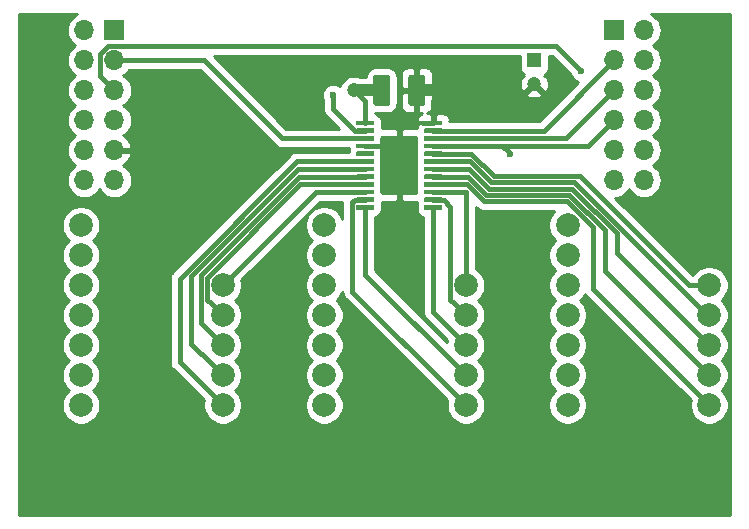
<source format=gbr>
G04 #@! TF.GenerationSoftware,KiCad,Pcbnew,(5.1.4)-1*
G04 #@! TF.CreationDate,2019-11-15T21:57:58+01:00*
G04 #@! TF.ProjectId,LEDClock,4c454443-6c6f-4636-9b2e-6b696361645f,rev?*
G04 #@! TF.SameCoordinates,Original*
G04 #@! TF.FileFunction,Copper,L2,Bot*
G04 #@! TF.FilePolarity,Positive*
%FSLAX46Y46*%
G04 Gerber Fmt 4.6, Leading zero omitted, Abs format (unit mm)*
G04 Created by KiCad (PCBNEW (5.1.4)-1) date 2019-11-15 21:57:58*
%MOMM*%
%LPD*%
G04 APERTURE LIST*
%ADD10C,0.100000*%
%ADD11C,3.200000*%
%ADD12C,0.400000*%
%ADD13R,1.200000X1.200000*%
%ADD14C,1.200000*%
%ADD15C,2.000000*%
%ADD16C,1.425000*%
%ADD17O,1.700000X1.700000*%
%ADD18R,1.700000X1.700000*%
%ADD19C,0.600000*%
%ADD20C,1.000000*%
%ADD21C,0.400000*%
%ADD22C,0.254000*%
G04 APERTURE END LIST*
D10*
G36*
X144974504Y-71461204D02*
G01*
X144998773Y-71464804D01*
X145022571Y-71470765D01*
X145045671Y-71479030D01*
X145067849Y-71489520D01*
X145088893Y-71502133D01*
X145108598Y-71516747D01*
X145126777Y-71533223D01*
X145143253Y-71551402D01*
X145157867Y-71571107D01*
X145170480Y-71592151D01*
X145180970Y-71614329D01*
X145189235Y-71637429D01*
X145195196Y-71661227D01*
X145198796Y-71685496D01*
X145200000Y-71710000D01*
X145200000Y-76210000D01*
X145198796Y-76234504D01*
X145195196Y-76258773D01*
X145189235Y-76282571D01*
X145180970Y-76305671D01*
X145170480Y-76327849D01*
X145157867Y-76348893D01*
X145143253Y-76368598D01*
X145126777Y-76386777D01*
X145108598Y-76403253D01*
X145088893Y-76417867D01*
X145067849Y-76430480D01*
X145045671Y-76440970D01*
X145022571Y-76449235D01*
X144998773Y-76455196D01*
X144974504Y-76458796D01*
X144950000Y-76460000D01*
X142250000Y-76460000D01*
X142225496Y-76458796D01*
X142201227Y-76455196D01*
X142177429Y-76449235D01*
X142154329Y-76440970D01*
X142132151Y-76430480D01*
X142111107Y-76417867D01*
X142091402Y-76403253D01*
X142073223Y-76386777D01*
X142056747Y-76368598D01*
X142042133Y-76348893D01*
X142029520Y-76327849D01*
X142019030Y-76305671D01*
X142010765Y-76282571D01*
X142004804Y-76258773D01*
X142001204Y-76234504D01*
X142000000Y-76210000D01*
X142000000Y-71710000D01*
X142001204Y-71685496D01*
X142004804Y-71661227D01*
X142010765Y-71637429D01*
X142019030Y-71614329D01*
X142029520Y-71592151D01*
X142042133Y-71571107D01*
X142056747Y-71551402D01*
X142073223Y-71533223D01*
X142091402Y-71516747D01*
X142111107Y-71502133D01*
X142132151Y-71489520D01*
X142154329Y-71479030D01*
X142177429Y-71470765D01*
X142201227Y-71464804D01*
X142225496Y-71461204D01*
X142250000Y-71460000D01*
X144950000Y-71460000D01*
X144974504Y-71461204D01*
X144974504Y-71461204D01*
G37*
D11*
X143600000Y-73960000D03*
D10*
G36*
X147159802Y-70185482D02*
G01*
X147169509Y-70186921D01*
X147179028Y-70189306D01*
X147188268Y-70192612D01*
X147197140Y-70196808D01*
X147205557Y-70201853D01*
X147213439Y-70207699D01*
X147220711Y-70214289D01*
X147227301Y-70221561D01*
X147233147Y-70229443D01*
X147238192Y-70237860D01*
X147242388Y-70246732D01*
X147245694Y-70255972D01*
X147248079Y-70265491D01*
X147249518Y-70275198D01*
X147250000Y-70285000D01*
X147250000Y-70485000D01*
X147249518Y-70494802D01*
X147248079Y-70504509D01*
X147245694Y-70514028D01*
X147242388Y-70523268D01*
X147238192Y-70532140D01*
X147233147Y-70540557D01*
X147227301Y-70548439D01*
X147220711Y-70555711D01*
X147213439Y-70562301D01*
X147205557Y-70568147D01*
X147197140Y-70573192D01*
X147188268Y-70577388D01*
X147179028Y-70580694D01*
X147169509Y-70583079D01*
X147159802Y-70584518D01*
X147150000Y-70585000D01*
X145800000Y-70585000D01*
X145790198Y-70584518D01*
X145780491Y-70583079D01*
X145770972Y-70580694D01*
X145761732Y-70577388D01*
X145752860Y-70573192D01*
X145744443Y-70568147D01*
X145736561Y-70562301D01*
X145729289Y-70555711D01*
X145722699Y-70548439D01*
X145716853Y-70540557D01*
X145711808Y-70532140D01*
X145707612Y-70523268D01*
X145704306Y-70514028D01*
X145701921Y-70504509D01*
X145700482Y-70494802D01*
X145700000Y-70485000D01*
X145700000Y-70285000D01*
X145700482Y-70275198D01*
X145701921Y-70265491D01*
X145704306Y-70255972D01*
X145707612Y-70246732D01*
X145711808Y-70237860D01*
X145716853Y-70229443D01*
X145722699Y-70221561D01*
X145729289Y-70214289D01*
X145736561Y-70207699D01*
X145744443Y-70201853D01*
X145752860Y-70196808D01*
X145761732Y-70192612D01*
X145770972Y-70189306D01*
X145780491Y-70186921D01*
X145790198Y-70185482D01*
X145800000Y-70185000D01*
X147150000Y-70185000D01*
X147159802Y-70185482D01*
X147159802Y-70185482D01*
G37*
D12*
X146475000Y-70385000D03*
D10*
G36*
X147159802Y-70835482D02*
G01*
X147169509Y-70836921D01*
X147179028Y-70839306D01*
X147188268Y-70842612D01*
X147197140Y-70846808D01*
X147205557Y-70851853D01*
X147213439Y-70857699D01*
X147220711Y-70864289D01*
X147227301Y-70871561D01*
X147233147Y-70879443D01*
X147238192Y-70887860D01*
X147242388Y-70896732D01*
X147245694Y-70905972D01*
X147248079Y-70915491D01*
X147249518Y-70925198D01*
X147250000Y-70935000D01*
X147250000Y-71135000D01*
X147249518Y-71144802D01*
X147248079Y-71154509D01*
X147245694Y-71164028D01*
X147242388Y-71173268D01*
X147238192Y-71182140D01*
X147233147Y-71190557D01*
X147227301Y-71198439D01*
X147220711Y-71205711D01*
X147213439Y-71212301D01*
X147205557Y-71218147D01*
X147197140Y-71223192D01*
X147188268Y-71227388D01*
X147179028Y-71230694D01*
X147169509Y-71233079D01*
X147159802Y-71234518D01*
X147150000Y-71235000D01*
X145800000Y-71235000D01*
X145790198Y-71234518D01*
X145780491Y-71233079D01*
X145770972Y-71230694D01*
X145761732Y-71227388D01*
X145752860Y-71223192D01*
X145744443Y-71218147D01*
X145736561Y-71212301D01*
X145729289Y-71205711D01*
X145722699Y-71198439D01*
X145716853Y-71190557D01*
X145711808Y-71182140D01*
X145707612Y-71173268D01*
X145704306Y-71164028D01*
X145701921Y-71154509D01*
X145700482Y-71144802D01*
X145700000Y-71135000D01*
X145700000Y-70935000D01*
X145700482Y-70925198D01*
X145701921Y-70915491D01*
X145704306Y-70905972D01*
X145707612Y-70896732D01*
X145711808Y-70887860D01*
X145716853Y-70879443D01*
X145722699Y-70871561D01*
X145729289Y-70864289D01*
X145736561Y-70857699D01*
X145744443Y-70851853D01*
X145752860Y-70846808D01*
X145761732Y-70842612D01*
X145770972Y-70839306D01*
X145780491Y-70836921D01*
X145790198Y-70835482D01*
X145800000Y-70835000D01*
X147150000Y-70835000D01*
X147159802Y-70835482D01*
X147159802Y-70835482D01*
G37*
D12*
X146475000Y-71035000D03*
D10*
G36*
X147159802Y-71485482D02*
G01*
X147169509Y-71486921D01*
X147179028Y-71489306D01*
X147188268Y-71492612D01*
X147197140Y-71496808D01*
X147205557Y-71501853D01*
X147213439Y-71507699D01*
X147220711Y-71514289D01*
X147227301Y-71521561D01*
X147233147Y-71529443D01*
X147238192Y-71537860D01*
X147242388Y-71546732D01*
X147245694Y-71555972D01*
X147248079Y-71565491D01*
X147249518Y-71575198D01*
X147250000Y-71585000D01*
X147250000Y-71785000D01*
X147249518Y-71794802D01*
X147248079Y-71804509D01*
X147245694Y-71814028D01*
X147242388Y-71823268D01*
X147238192Y-71832140D01*
X147233147Y-71840557D01*
X147227301Y-71848439D01*
X147220711Y-71855711D01*
X147213439Y-71862301D01*
X147205557Y-71868147D01*
X147197140Y-71873192D01*
X147188268Y-71877388D01*
X147179028Y-71880694D01*
X147169509Y-71883079D01*
X147159802Y-71884518D01*
X147150000Y-71885000D01*
X145800000Y-71885000D01*
X145790198Y-71884518D01*
X145780491Y-71883079D01*
X145770972Y-71880694D01*
X145761732Y-71877388D01*
X145752860Y-71873192D01*
X145744443Y-71868147D01*
X145736561Y-71862301D01*
X145729289Y-71855711D01*
X145722699Y-71848439D01*
X145716853Y-71840557D01*
X145711808Y-71832140D01*
X145707612Y-71823268D01*
X145704306Y-71814028D01*
X145701921Y-71804509D01*
X145700482Y-71794802D01*
X145700000Y-71785000D01*
X145700000Y-71585000D01*
X145700482Y-71575198D01*
X145701921Y-71565491D01*
X145704306Y-71555972D01*
X145707612Y-71546732D01*
X145711808Y-71537860D01*
X145716853Y-71529443D01*
X145722699Y-71521561D01*
X145729289Y-71514289D01*
X145736561Y-71507699D01*
X145744443Y-71501853D01*
X145752860Y-71496808D01*
X145761732Y-71492612D01*
X145770972Y-71489306D01*
X145780491Y-71486921D01*
X145790198Y-71485482D01*
X145800000Y-71485000D01*
X147150000Y-71485000D01*
X147159802Y-71485482D01*
X147159802Y-71485482D01*
G37*
D12*
X146475000Y-71685000D03*
D10*
G36*
X147159802Y-72135482D02*
G01*
X147169509Y-72136921D01*
X147179028Y-72139306D01*
X147188268Y-72142612D01*
X147197140Y-72146808D01*
X147205557Y-72151853D01*
X147213439Y-72157699D01*
X147220711Y-72164289D01*
X147227301Y-72171561D01*
X147233147Y-72179443D01*
X147238192Y-72187860D01*
X147242388Y-72196732D01*
X147245694Y-72205972D01*
X147248079Y-72215491D01*
X147249518Y-72225198D01*
X147250000Y-72235000D01*
X147250000Y-72435000D01*
X147249518Y-72444802D01*
X147248079Y-72454509D01*
X147245694Y-72464028D01*
X147242388Y-72473268D01*
X147238192Y-72482140D01*
X147233147Y-72490557D01*
X147227301Y-72498439D01*
X147220711Y-72505711D01*
X147213439Y-72512301D01*
X147205557Y-72518147D01*
X147197140Y-72523192D01*
X147188268Y-72527388D01*
X147179028Y-72530694D01*
X147169509Y-72533079D01*
X147159802Y-72534518D01*
X147150000Y-72535000D01*
X145800000Y-72535000D01*
X145790198Y-72534518D01*
X145780491Y-72533079D01*
X145770972Y-72530694D01*
X145761732Y-72527388D01*
X145752860Y-72523192D01*
X145744443Y-72518147D01*
X145736561Y-72512301D01*
X145729289Y-72505711D01*
X145722699Y-72498439D01*
X145716853Y-72490557D01*
X145711808Y-72482140D01*
X145707612Y-72473268D01*
X145704306Y-72464028D01*
X145701921Y-72454509D01*
X145700482Y-72444802D01*
X145700000Y-72435000D01*
X145700000Y-72235000D01*
X145700482Y-72225198D01*
X145701921Y-72215491D01*
X145704306Y-72205972D01*
X145707612Y-72196732D01*
X145711808Y-72187860D01*
X145716853Y-72179443D01*
X145722699Y-72171561D01*
X145729289Y-72164289D01*
X145736561Y-72157699D01*
X145744443Y-72151853D01*
X145752860Y-72146808D01*
X145761732Y-72142612D01*
X145770972Y-72139306D01*
X145780491Y-72136921D01*
X145790198Y-72135482D01*
X145800000Y-72135000D01*
X147150000Y-72135000D01*
X147159802Y-72135482D01*
X147159802Y-72135482D01*
G37*
D12*
X146475000Y-72335000D03*
D10*
G36*
X147159802Y-72785482D02*
G01*
X147169509Y-72786921D01*
X147179028Y-72789306D01*
X147188268Y-72792612D01*
X147197140Y-72796808D01*
X147205557Y-72801853D01*
X147213439Y-72807699D01*
X147220711Y-72814289D01*
X147227301Y-72821561D01*
X147233147Y-72829443D01*
X147238192Y-72837860D01*
X147242388Y-72846732D01*
X147245694Y-72855972D01*
X147248079Y-72865491D01*
X147249518Y-72875198D01*
X147250000Y-72885000D01*
X147250000Y-73085000D01*
X147249518Y-73094802D01*
X147248079Y-73104509D01*
X147245694Y-73114028D01*
X147242388Y-73123268D01*
X147238192Y-73132140D01*
X147233147Y-73140557D01*
X147227301Y-73148439D01*
X147220711Y-73155711D01*
X147213439Y-73162301D01*
X147205557Y-73168147D01*
X147197140Y-73173192D01*
X147188268Y-73177388D01*
X147179028Y-73180694D01*
X147169509Y-73183079D01*
X147159802Y-73184518D01*
X147150000Y-73185000D01*
X145800000Y-73185000D01*
X145790198Y-73184518D01*
X145780491Y-73183079D01*
X145770972Y-73180694D01*
X145761732Y-73177388D01*
X145752860Y-73173192D01*
X145744443Y-73168147D01*
X145736561Y-73162301D01*
X145729289Y-73155711D01*
X145722699Y-73148439D01*
X145716853Y-73140557D01*
X145711808Y-73132140D01*
X145707612Y-73123268D01*
X145704306Y-73114028D01*
X145701921Y-73104509D01*
X145700482Y-73094802D01*
X145700000Y-73085000D01*
X145700000Y-72885000D01*
X145700482Y-72875198D01*
X145701921Y-72865491D01*
X145704306Y-72855972D01*
X145707612Y-72846732D01*
X145711808Y-72837860D01*
X145716853Y-72829443D01*
X145722699Y-72821561D01*
X145729289Y-72814289D01*
X145736561Y-72807699D01*
X145744443Y-72801853D01*
X145752860Y-72796808D01*
X145761732Y-72792612D01*
X145770972Y-72789306D01*
X145780491Y-72786921D01*
X145790198Y-72785482D01*
X145800000Y-72785000D01*
X147150000Y-72785000D01*
X147159802Y-72785482D01*
X147159802Y-72785482D01*
G37*
D12*
X146475000Y-72985000D03*
D10*
G36*
X147159802Y-73435482D02*
G01*
X147169509Y-73436921D01*
X147179028Y-73439306D01*
X147188268Y-73442612D01*
X147197140Y-73446808D01*
X147205557Y-73451853D01*
X147213439Y-73457699D01*
X147220711Y-73464289D01*
X147227301Y-73471561D01*
X147233147Y-73479443D01*
X147238192Y-73487860D01*
X147242388Y-73496732D01*
X147245694Y-73505972D01*
X147248079Y-73515491D01*
X147249518Y-73525198D01*
X147250000Y-73535000D01*
X147250000Y-73735000D01*
X147249518Y-73744802D01*
X147248079Y-73754509D01*
X147245694Y-73764028D01*
X147242388Y-73773268D01*
X147238192Y-73782140D01*
X147233147Y-73790557D01*
X147227301Y-73798439D01*
X147220711Y-73805711D01*
X147213439Y-73812301D01*
X147205557Y-73818147D01*
X147197140Y-73823192D01*
X147188268Y-73827388D01*
X147179028Y-73830694D01*
X147169509Y-73833079D01*
X147159802Y-73834518D01*
X147150000Y-73835000D01*
X145800000Y-73835000D01*
X145790198Y-73834518D01*
X145780491Y-73833079D01*
X145770972Y-73830694D01*
X145761732Y-73827388D01*
X145752860Y-73823192D01*
X145744443Y-73818147D01*
X145736561Y-73812301D01*
X145729289Y-73805711D01*
X145722699Y-73798439D01*
X145716853Y-73790557D01*
X145711808Y-73782140D01*
X145707612Y-73773268D01*
X145704306Y-73764028D01*
X145701921Y-73754509D01*
X145700482Y-73744802D01*
X145700000Y-73735000D01*
X145700000Y-73535000D01*
X145700482Y-73525198D01*
X145701921Y-73515491D01*
X145704306Y-73505972D01*
X145707612Y-73496732D01*
X145711808Y-73487860D01*
X145716853Y-73479443D01*
X145722699Y-73471561D01*
X145729289Y-73464289D01*
X145736561Y-73457699D01*
X145744443Y-73451853D01*
X145752860Y-73446808D01*
X145761732Y-73442612D01*
X145770972Y-73439306D01*
X145780491Y-73436921D01*
X145790198Y-73435482D01*
X145800000Y-73435000D01*
X147150000Y-73435000D01*
X147159802Y-73435482D01*
X147159802Y-73435482D01*
G37*
D12*
X146475000Y-73635000D03*
D10*
G36*
X147159802Y-74085482D02*
G01*
X147169509Y-74086921D01*
X147179028Y-74089306D01*
X147188268Y-74092612D01*
X147197140Y-74096808D01*
X147205557Y-74101853D01*
X147213439Y-74107699D01*
X147220711Y-74114289D01*
X147227301Y-74121561D01*
X147233147Y-74129443D01*
X147238192Y-74137860D01*
X147242388Y-74146732D01*
X147245694Y-74155972D01*
X147248079Y-74165491D01*
X147249518Y-74175198D01*
X147250000Y-74185000D01*
X147250000Y-74385000D01*
X147249518Y-74394802D01*
X147248079Y-74404509D01*
X147245694Y-74414028D01*
X147242388Y-74423268D01*
X147238192Y-74432140D01*
X147233147Y-74440557D01*
X147227301Y-74448439D01*
X147220711Y-74455711D01*
X147213439Y-74462301D01*
X147205557Y-74468147D01*
X147197140Y-74473192D01*
X147188268Y-74477388D01*
X147179028Y-74480694D01*
X147169509Y-74483079D01*
X147159802Y-74484518D01*
X147150000Y-74485000D01*
X145800000Y-74485000D01*
X145790198Y-74484518D01*
X145780491Y-74483079D01*
X145770972Y-74480694D01*
X145761732Y-74477388D01*
X145752860Y-74473192D01*
X145744443Y-74468147D01*
X145736561Y-74462301D01*
X145729289Y-74455711D01*
X145722699Y-74448439D01*
X145716853Y-74440557D01*
X145711808Y-74432140D01*
X145707612Y-74423268D01*
X145704306Y-74414028D01*
X145701921Y-74404509D01*
X145700482Y-74394802D01*
X145700000Y-74385000D01*
X145700000Y-74185000D01*
X145700482Y-74175198D01*
X145701921Y-74165491D01*
X145704306Y-74155972D01*
X145707612Y-74146732D01*
X145711808Y-74137860D01*
X145716853Y-74129443D01*
X145722699Y-74121561D01*
X145729289Y-74114289D01*
X145736561Y-74107699D01*
X145744443Y-74101853D01*
X145752860Y-74096808D01*
X145761732Y-74092612D01*
X145770972Y-74089306D01*
X145780491Y-74086921D01*
X145790198Y-74085482D01*
X145800000Y-74085000D01*
X147150000Y-74085000D01*
X147159802Y-74085482D01*
X147159802Y-74085482D01*
G37*
D12*
X146475000Y-74285000D03*
D10*
G36*
X147159802Y-74735482D02*
G01*
X147169509Y-74736921D01*
X147179028Y-74739306D01*
X147188268Y-74742612D01*
X147197140Y-74746808D01*
X147205557Y-74751853D01*
X147213439Y-74757699D01*
X147220711Y-74764289D01*
X147227301Y-74771561D01*
X147233147Y-74779443D01*
X147238192Y-74787860D01*
X147242388Y-74796732D01*
X147245694Y-74805972D01*
X147248079Y-74815491D01*
X147249518Y-74825198D01*
X147250000Y-74835000D01*
X147250000Y-75035000D01*
X147249518Y-75044802D01*
X147248079Y-75054509D01*
X147245694Y-75064028D01*
X147242388Y-75073268D01*
X147238192Y-75082140D01*
X147233147Y-75090557D01*
X147227301Y-75098439D01*
X147220711Y-75105711D01*
X147213439Y-75112301D01*
X147205557Y-75118147D01*
X147197140Y-75123192D01*
X147188268Y-75127388D01*
X147179028Y-75130694D01*
X147169509Y-75133079D01*
X147159802Y-75134518D01*
X147150000Y-75135000D01*
X145800000Y-75135000D01*
X145790198Y-75134518D01*
X145780491Y-75133079D01*
X145770972Y-75130694D01*
X145761732Y-75127388D01*
X145752860Y-75123192D01*
X145744443Y-75118147D01*
X145736561Y-75112301D01*
X145729289Y-75105711D01*
X145722699Y-75098439D01*
X145716853Y-75090557D01*
X145711808Y-75082140D01*
X145707612Y-75073268D01*
X145704306Y-75064028D01*
X145701921Y-75054509D01*
X145700482Y-75044802D01*
X145700000Y-75035000D01*
X145700000Y-74835000D01*
X145700482Y-74825198D01*
X145701921Y-74815491D01*
X145704306Y-74805972D01*
X145707612Y-74796732D01*
X145711808Y-74787860D01*
X145716853Y-74779443D01*
X145722699Y-74771561D01*
X145729289Y-74764289D01*
X145736561Y-74757699D01*
X145744443Y-74751853D01*
X145752860Y-74746808D01*
X145761732Y-74742612D01*
X145770972Y-74739306D01*
X145780491Y-74736921D01*
X145790198Y-74735482D01*
X145800000Y-74735000D01*
X147150000Y-74735000D01*
X147159802Y-74735482D01*
X147159802Y-74735482D01*
G37*
D12*
X146475000Y-74935000D03*
D10*
G36*
X147159802Y-75385482D02*
G01*
X147169509Y-75386921D01*
X147179028Y-75389306D01*
X147188268Y-75392612D01*
X147197140Y-75396808D01*
X147205557Y-75401853D01*
X147213439Y-75407699D01*
X147220711Y-75414289D01*
X147227301Y-75421561D01*
X147233147Y-75429443D01*
X147238192Y-75437860D01*
X147242388Y-75446732D01*
X147245694Y-75455972D01*
X147248079Y-75465491D01*
X147249518Y-75475198D01*
X147250000Y-75485000D01*
X147250000Y-75685000D01*
X147249518Y-75694802D01*
X147248079Y-75704509D01*
X147245694Y-75714028D01*
X147242388Y-75723268D01*
X147238192Y-75732140D01*
X147233147Y-75740557D01*
X147227301Y-75748439D01*
X147220711Y-75755711D01*
X147213439Y-75762301D01*
X147205557Y-75768147D01*
X147197140Y-75773192D01*
X147188268Y-75777388D01*
X147179028Y-75780694D01*
X147169509Y-75783079D01*
X147159802Y-75784518D01*
X147150000Y-75785000D01*
X145800000Y-75785000D01*
X145790198Y-75784518D01*
X145780491Y-75783079D01*
X145770972Y-75780694D01*
X145761732Y-75777388D01*
X145752860Y-75773192D01*
X145744443Y-75768147D01*
X145736561Y-75762301D01*
X145729289Y-75755711D01*
X145722699Y-75748439D01*
X145716853Y-75740557D01*
X145711808Y-75732140D01*
X145707612Y-75723268D01*
X145704306Y-75714028D01*
X145701921Y-75704509D01*
X145700482Y-75694802D01*
X145700000Y-75685000D01*
X145700000Y-75485000D01*
X145700482Y-75475198D01*
X145701921Y-75465491D01*
X145704306Y-75455972D01*
X145707612Y-75446732D01*
X145711808Y-75437860D01*
X145716853Y-75429443D01*
X145722699Y-75421561D01*
X145729289Y-75414289D01*
X145736561Y-75407699D01*
X145744443Y-75401853D01*
X145752860Y-75396808D01*
X145761732Y-75392612D01*
X145770972Y-75389306D01*
X145780491Y-75386921D01*
X145790198Y-75385482D01*
X145800000Y-75385000D01*
X147150000Y-75385000D01*
X147159802Y-75385482D01*
X147159802Y-75385482D01*
G37*
D12*
X146475000Y-75585000D03*
D10*
G36*
X147159802Y-76035482D02*
G01*
X147169509Y-76036921D01*
X147179028Y-76039306D01*
X147188268Y-76042612D01*
X147197140Y-76046808D01*
X147205557Y-76051853D01*
X147213439Y-76057699D01*
X147220711Y-76064289D01*
X147227301Y-76071561D01*
X147233147Y-76079443D01*
X147238192Y-76087860D01*
X147242388Y-76096732D01*
X147245694Y-76105972D01*
X147248079Y-76115491D01*
X147249518Y-76125198D01*
X147250000Y-76135000D01*
X147250000Y-76335000D01*
X147249518Y-76344802D01*
X147248079Y-76354509D01*
X147245694Y-76364028D01*
X147242388Y-76373268D01*
X147238192Y-76382140D01*
X147233147Y-76390557D01*
X147227301Y-76398439D01*
X147220711Y-76405711D01*
X147213439Y-76412301D01*
X147205557Y-76418147D01*
X147197140Y-76423192D01*
X147188268Y-76427388D01*
X147179028Y-76430694D01*
X147169509Y-76433079D01*
X147159802Y-76434518D01*
X147150000Y-76435000D01*
X145800000Y-76435000D01*
X145790198Y-76434518D01*
X145780491Y-76433079D01*
X145770972Y-76430694D01*
X145761732Y-76427388D01*
X145752860Y-76423192D01*
X145744443Y-76418147D01*
X145736561Y-76412301D01*
X145729289Y-76405711D01*
X145722699Y-76398439D01*
X145716853Y-76390557D01*
X145711808Y-76382140D01*
X145707612Y-76373268D01*
X145704306Y-76364028D01*
X145701921Y-76354509D01*
X145700482Y-76344802D01*
X145700000Y-76335000D01*
X145700000Y-76135000D01*
X145700482Y-76125198D01*
X145701921Y-76115491D01*
X145704306Y-76105972D01*
X145707612Y-76096732D01*
X145711808Y-76087860D01*
X145716853Y-76079443D01*
X145722699Y-76071561D01*
X145729289Y-76064289D01*
X145736561Y-76057699D01*
X145744443Y-76051853D01*
X145752860Y-76046808D01*
X145761732Y-76042612D01*
X145770972Y-76039306D01*
X145780491Y-76036921D01*
X145790198Y-76035482D01*
X145800000Y-76035000D01*
X147150000Y-76035000D01*
X147159802Y-76035482D01*
X147159802Y-76035482D01*
G37*
D12*
X146475000Y-76235000D03*
D10*
G36*
X147159802Y-76685482D02*
G01*
X147169509Y-76686921D01*
X147179028Y-76689306D01*
X147188268Y-76692612D01*
X147197140Y-76696808D01*
X147205557Y-76701853D01*
X147213439Y-76707699D01*
X147220711Y-76714289D01*
X147227301Y-76721561D01*
X147233147Y-76729443D01*
X147238192Y-76737860D01*
X147242388Y-76746732D01*
X147245694Y-76755972D01*
X147248079Y-76765491D01*
X147249518Y-76775198D01*
X147250000Y-76785000D01*
X147250000Y-76985000D01*
X147249518Y-76994802D01*
X147248079Y-77004509D01*
X147245694Y-77014028D01*
X147242388Y-77023268D01*
X147238192Y-77032140D01*
X147233147Y-77040557D01*
X147227301Y-77048439D01*
X147220711Y-77055711D01*
X147213439Y-77062301D01*
X147205557Y-77068147D01*
X147197140Y-77073192D01*
X147188268Y-77077388D01*
X147179028Y-77080694D01*
X147169509Y-77083079D01*
X147159802Y-77084518D01*
X147150000Y-77085000D01*
X145800000Y-77085000D01*
X145790198Y-77084518D01*
X145780491Y-77083079D01*
X145770972Y-77080694D01*
X145761732Y-77077388D01*
X145752860Y-77073192D01*
X145744443Y-77068147D01*
X145736561Y-77062301D01*
X145729289Y-77055711D01*
X145722699Y-77048439D01*
X145716853Y-77040557D01*
X145711808Y-77032140D01*
X145707612Y-77023268D01*
X145704306Y-77014028D01*
X145701921Y-77004509D01*
X145700482Y-76994802D01*
X145700000Y-76985000D01*
X145700000Y-76785000D01*
X145700482Y-76775198D01*
X145701921Y-76765491D01*
X145704306Y-76755972D01*
X145707612Y-76746732D01*
X145711808Y-76737860D01*
X145716853Y-76729443D01*
X145722699Y-76721561D01*
X145729289Y-76714289D01*
X145736561Y-76707699D01*
X145744443Y-76701853D01*
X145752860Y-76696808D01*
X145761732Y-76692612D01*
X145770972Y-76689306D01*
X145780491Y-76686921D01*
X145790198Y-76685482D01*
X145800000Y-76685000D01*
X147150000Y-76685000D01*
X147159802Y-76685482D01*
X147159802Y-76685482D01*
G37*
D12*
X146475000Y-76885000D03*
D10*
G36*
X147159802Y-77335482D02*
G01*
X147169509Y-77336921D01*
X147179028Y-77339306D01*
X147188268Y-77342612D01*
X147197140Y-77346808D01*
X147205557Y-77351853D01*
X147213439Y-77357699D01*
X147220711Y-77364289D01*
X147227301Y-77371561D01*
X147233147Y-77379443D01*
X147238192Y-77387860D01*
X147242388Y-77396732D01*
X147245694Y-77405972D01*
X147248079Y-77415491D01*
X147249518Y-77425198D01*
X147250000Y-77435000D01*
X147250000Y-77635000D01*
X147249518Y-77644802D01*
X147248079Y-77654509D01*
X147245694Y-77664028D01*
X147242388Y-77673268D01*
X147238192Y-77682140D01*
X147233147Y-77690557D01*
X147227301Y-77698439D01*
X147220711Y-77705711D01*
X147213439Y-77712301D01*
X147205557Y-77718147D01*
X147197140Y-77723192D01*
X147188268Y-77727388D01*
X147179028Y-77730694D01*
X147169509Y-77733079D01*
X147159802Y-77734518D01*
X147150000Y-77735000D01*
X145800000Y-77735000D01*
X145790198Y-77734518D01*
X145780491Y-77733079D01*
X145770972Y-77730694D01*
X145761732Y-77727388D01*
X145752860Y-77723192D01*
X145744443Y-77718147D01*
X145736561Y-77712301D01*
X145729289Y-77705711D01*
X145722699Y-77698439D01*
X145716853Y-77690557D01*
X145711808Y-77682140D01*
X145707612Y-77673268D01*
X145704306Y-77664028D01*
X145701921Y-77654509D01*
X145700482Y-77644802D01*
X145700000Y-77635000D01*
X145700000Y-77435000D01*
X145700482Y-77425198D01*
X145701921Y-77415491D01*
X145704306Y-77405972D01*
X145707612Y-77396732D01*
X145711808Y-77387860D01*
X145716853Y-77379443D01*
X145722699Y-77371561D01*
X145729289Y-77364289D01*
X145736561Y-77357699D01*
X145744443Y-77351853D01*
X145752860Y-77346808D01*
X145761732Y-77342612D01*
X145770972Y-77339306D01*
X145780491Y-77336921D01*
X145790198Y-77335482D01*
X145800000Y-77335000D01*
X147150000Y-77335000D01*
X147159802Y-77335482D01*
X147159802Y-77335482D01*
G37*
D12*
X146475000Y-77535000D03*
D10*
G36*
X141409802Y-77335482D02*
G01*
X141419509Y-77336921D01*
X141429028Y-77339306D01*
X141438268Y-77342612D01*
X141447140Y-77346808D01*
X141455557Y-77351853D01*
X141463439Y-77357699D01*
X141470711Y-77364289D01*
X141477301Y-77371561D01*
X141483147Y-77379443D01*
X141488192Y-77387860D01*
X141492388Y-77396732D01*
X141495694Y-77405972D01*
X141498079Y-77415491D01*
X141499518Y-77425198D01*
X141500000Y-77435000D01*
X141500000Y-77635000D01*
X141499518Y-77644802D01*
X141498079Y-77654509D01*
X141495694Y-77664028D01*
X141492388Y-77673268D01*
X141488192Y-77682140D01*
X141483147Y-77690557D01*
X141477301Y-77698439D01*
X141470711Y-77705711D01*
X141463439Y-77712301D01*
X141455557Y-77718147D01*
X141447140Y-77723192D01*
X141438268Y-77727388D01*
X141429028Y-77730694D01*
X141419509Y-77733079D01*
X141409802Y-77734518D01*
X141400000Y-77735000D01*
X140050000Y-77735000D01*
X140040198Y-77734518D01*
X140030491Y-77733079D01*
X140020972Y-77730694D01*
X140011732Y-77727388D01*
X140002860Y-77723192D01*
X139994443Y-77718147D01*
X139986561Y-77712301D01*
X139979289Y-77705711D01*
X139972699Y-77698439D01*
X139966853Y-77690557D01*
X139961808Y-77682140D01*
X139957612Y-77673268D01*
X139954306Y-77664028D01*
X139951921Y-77654509D01*
X139950482Y-77644802D01*
X139950000Y-77635000D01*
X139950000Y-77435000D01*
X139950482Y-77425198D01*
X139951921Y-77415491D01*
X139954306Y-77405972D01*
X139957612Y-77396732D01*
X139961808Y-77387860D01*
X139966853Y-77379443D01*
X139972699Y-77371561D01*
X139979289Y-77364289D01*
X139986561Y-77357699D01*
X139994443Y-77351853D01*
X140002860Y-77346808D01*
X140011732Y-77342612D01*
X140020972Y-77339306D01*
X140030491Y-77336921D01*
X140040198Y-77335482D01*
X140050000Y-77335000D01*
X141400000Y-77335000D01*
X141409802Y-77335482D01*
X141409802Y-77335482D01*
G37*
D12*
X140725000Y-77535000D03*
D10*
G36*
X141409802Y-76685482D02*
G01*
X141419509Y-76686921D01*
X141429028Y-76689306D01*
X141438268Y-76692612D01*
X141447140Y-76696808D01*
X141455557Y-76701853D01*
X141463439Y-76707699D01*
X141470711Y-76714289D01*
X141477301Y-76721561D01*
X141483147Y-76729443D01*
X141488192Y-76737860D01*
X141492388Y-76746732D01*
X141495694Y-76755972D01*
X141498079Y-76765491D01*
X141499518Y-76775198D01*
X141500000Y-76785000D01*
X141500000Y-76985000D01*
X141499518Y-76994802D01*
X141498079Y-77004509D01*
X141495694Y-77014028D01*
X141492388Y-77023268D01*
X141488192Y-77032140D01*
X141483147Y-77040557D01*
X141477301Y-77048439D01*
X141470711Y-77055711D01*
X141463439Y-77062301D01*
X141455557Y-77068147D01*
X141447140Y-77073192D01*
X141438268Y-77077388D01*
X141429028Y-77080694D01*
X141419509Y-77083079D01*
X141409802Y-77084518D01*
X141400000Y-77085000D01*
X140050000Y-77085000D01*
X140040198Y-77084518D01*
X140030491Y-77083079D01*
X140020972Y-77080694D01*
X140011732Y-77077388D01*
X140002860Y-77073192D01*
X139994443Y-77068147D01*
X139986561Y-77062301D01*
X139979289Y-77055711D01*
X139972699Y-77048439D01*
X139966853Y-77040557D01*
X139961808Y-77032140D01*
X139957612Y-77023268D01*
X139954306Y-77014028D01*
X139951921Y-77004509D01*
X139950482Y-76994802D01*
X139950000Y-76985000D01*
X139950000Y-76785000D01*
X139950482Y-76775198D01*
X139951921Y-76765491D01*
X139954306Y-76755972D01*
X139957612Y-76746732D01*
X139961808Y-76737860D01*
X139966853Y-76729443D01*
X139972699Y-76721561D01*
X139979289Y-76714289D01*
X139986561Y-76707699D01*
X139994443Y-76701853D01*
X140002860Y-76696808D01*
X140011732Y-76692612D01*
X140020972Y-76689306D01*
X140030491Y-76686921D01*
X140040198Y-76685482D01*
X140050000Y-76685000D01*
X141400000Y-76685000D01*
X141409802Y-76685482D01*
X141409802Y-76685482D01*
G37*
D12*
X140725000Y-76885000D03*
D10*
G36*
X141409802Y-76035482D02*
G01*
X141419509Y-76036921D01*
X141429028Y-76039306D01*
X141438268Y-76042612D01*
X141447140Y-76046808D01*
X141455557Y-76051853D01*
X141463439Y-76057699D01*
X141470711Y-76064289D01*
X141477301Y-76071561D01*
X141483147Y-76079443D01*
X141488192Y-76087860D01*
X141492388Y-76096732D01*
X141495694Y-76105972D01*
X141498079Y-76115491D01*
X141499518Y-76125198D01*
X141500000Y-76135000D01*
X141500000Y-76335000D01*
X141499518Y-76344802D01*
X141498079Y-76354509D01*
X141495694Y-76364028D01*
X141492388Y-76373268D01*
X141488192Y-76382140D01*
X141483147Y-76390557D01*
X141477301Y-76398439D01*
X141470711Y-76405711D01*
X141463439Y-76412301D01*
X141455557Y-76418147D01*
X141447140Y-76423192D01*
X141438268Y-76427388D01*
X141429028Y-76430694D01*
X141419509Y-76433079D01*
X141409802Y-76434518D01*
X141400000Y-76435000D01*
X140050000Y-76435000D01*
X140040198Y-76434518D01*
X140030491Y-76433079D01*
X140020972Y-76430694D01*
X140011732Y-76427388D01*
X140002860Y-76423192D01*
X139994443Y-76418147D01*
X139986561Y-76412301D01*
X139979289Y-76405711D01*
X139972699Y-76398439D01*
X139966853Y-76390557D01*
X139961808Y-76382140D01*
X139957612Y-76373268D01*
X139954306Y-76364028D01*
X139951921Y-76354509D01*
X139950482Y-76344802D01*
X139950000Y-76335000D01*
X139950000Y-76135000D01*
X139950482Y-76125198D01*
X139951921Y-76115491D01*
X139954306Y-76105972D01*
X139957612Y-76096732D01*
X139961808Y-76087860D01*
X139966853Y-76079443D01*
X139972699Y-76071561D01*
X139979289Y-76064289D01*
X139986561Y-76057699D01*
X139994443Y-76051853D01*
X140002860Y-76046808D01*
X140011732Y-76042612D01*
X140020972Y-76039306D01*
X140030491Y-76036921D01*
X140040198Y-76035482D01*
X140050000Y-76035000D01*
X141400000Y-76035000D01*
X141409802Y-76035482D01*
X141409802Y-76035482D01*
G37*
D12*
X140725000Y-76235000D03*
D10*
G36*
X141409802Y-75385482D02*
G01*
X141419509Y-75386921D01*
X141429028Y-75389306D01*
X141438268Y-75392612D01*
X141447140Y-75396808D01*
X141455557Y-75401853D01*
X141463439Y-75407699D01*
X141470711Y-75414289D01*
X141477301Y-75421561D01*
X141483147Y-75429443D01*
X141488192Y-75437860D01*
X141492388Y-75446732D01*
X141495694Y-75455972D01*
X141498079Y-75465491D01*
X141499518Y-75475198D01*
X141500000Y-75485000D01*
X141500000Y-75685000D01*
X141499518Y-75694802D01*
X141498079Y-75704509D01*
X141495694Y-75714028D01*
X141492388Y-75723268D01*
X141488192Y-75732140D01*
X141483147Y-75740557D01*
X141477301Y-75748439D01*
X141470711Y-75755711D01*
X141463439Y-75762301D01*
X141455557Y-75768147D01*
X141447140Y-75773192D01*
X141438268Y-75777388D01*
X141429028Y-75780694D01*
X141419509Y-75783079D01*
X141409802Y-75784518D01*
X141400000Y-75785000D01*
X140050000Y-75785000D01*
X140040198Y-75784518D01*
X140030491Y-75783079D01*
X140020972Y-75780694D01*
X140011732Y-75777388D01*
X140002860Y-75773192D01*
X139994443Y-75768147D01*
X139986561Y-75762301D01*
X139979289Y-75755711D01*
X139972699Y-75748439D01*
X139966853Y-75740557D01*
X139961808Y-75732140D01*
X139957612Y-75723268D01*
X139954306Y-75714028D01*
X139951921Y-75704509D01*
X139950482Y-75694802D01*
X139950000Y-75685000D01*
X139950000Y-75485000D01*
X139950482Y-75475198D01*
X139951921Y-75465491D01*
X139954306Y-75455972D01*
X139957612Y-75446732D01*
X139961808Y-75437860D01*
X139966853Y-75429443D01*
X139972699Y-75421561D01*
X139979289Y-75414289D01*
X139986561Y-75407699D01*
X139994443Y-75401853D01*
X140002860Y-75396808D01*
X140011732Y-75392612D01*
X140020972Y-75389306D01*
X140030491Y-75386921D01*
X140040198Y-75385482D01*
X140050000Y-75385000D01*
X141400000Y-75385000D01*
X141409802Y-75385482D01*
X141409802Y-75385482D01*
G37*
D12*
X140725000Y-75585000D03*
D10*
G36*
X141409802Y-74735482D02*
G01*
X141419509Y-74736921D01*
X141429028Y-74739306D01*
X141438268Y-74742612D01*
X141447140Y-74746808D01*
X141455557Y-74751853D01*
X141463439Y-74757699D01*
X141470711Y-74764289D01*
X141477301Y-74771561D01*
X141483147Y-74779443D01*
X141488192Y-74787860D01*
X141492388Y-74796732D01*
X141495694Y-74805972D01*
X141498079Y-74815491D01*
X141499518Y-74825198D01*
X141500000Y-74835000D01*
X141500000Y-75035000D01*
X141499518Y-75044802D01*
X141498079Y-75054509D01*
X141495694Y-75064028D01*
X141492388Y-75073268D01*
X141488192Y-75082140D01*
X141483147Y-75090557D01*
X141477301Y-75098439D01*
X141470711Y-75105711D01*
X141463439Y-75112301D01*
X141455557Y-75118147D01*
X141447140Y-75123192D01*
X141438268Y-75127388D01*
X141429028Y-75130694D01*
X141419509Y-75133079D01*
X141409802Y-75134518D01*
X141400000Y-75135000D01*
X140050000Y-75135000D01*
X140040198Y-75134518D01*
X140030491Y-75133079D01*
X140020972Y-75130694D01*
X140011732Y-75127388D01*
X140002860Y-75123192D01*
X139994443Y-75118147D01*
X139986561Y-75112301D01*
X139979289Y-75105711D01*
X139972699Y-75098439D01*
X139966853Y-75090557D01*
X139961808Y-75082140D01*
X139957612Y-75073268D01*
X139954306Y-75064028D01*
X139951921Y-75054509D01*
X139950482Y-75044802D01*
X139950000Y-75035000D01*
X139950000Y-74835000D01*
X139950482Y-74825198D01*
X139951921Y-74815491D01*
X139954306Y-74805972D01*
X139957612Y-74796732D01*
X139961808Y-74787860D01*
X139966853Y-74779443D01*
X139972699Y-74771561D01*
X139979289Y-74764289D01*
X139986561Y-74757699D01*
X139994443Y-74751853D01*
X140002860Y-74746808D01*
X140011732Y-74742612D01*
X140020972Y-74739306D01*
X140030491Y-74736921D01*
X140040198Y-74735482D01*
X140050000Y-74735000D01*
X141400000Y-74735000D01*
X141409802Y-74735482D01*
X141409802Y-74735482D01*
G37*
D12*
X140725000Y-74935000D03*
D10*
G36*
X141409802Y-74085482D02*
G01*
X141419509Y-74086921D01*
X141429028Y-74089306D01*
X141438268Y-74092612D01*
X141447140Y-74096808D01*
X141455557Y-74101853D01*
X141463439Y-74107699D01*
X141470711Y-74114289D01*
X141477301Y-74121561D01*
X141483147Y-74129443D01*
X141488192Y-74137860D01*
X141492388Y-74146732D01*
X141495694Y-74155972D01*
X141498079Y-74165491D01*
X141499518Y-74175198D01*
X141500000Y-74185000D01*
X141500000Y-74385000D01*
X141499518Y-74394802D01*
X141498079Y-74404509D01*
X141495694Y-74414028D01*
X141492388Y-74423268D01*
X141488192Y-74432140D01*
X141483147Y-74440557D01*
X141477301Y-74448439D01*
X141470711Y-74455711D01*
X141463439Y-74462301D01*
X141455557Y-74468147D01*
X141447140Y-74473192D01*
X141438268Y-74477388D01*
X141429028Y-74480694D01*
X141419509Y-74483079D01*
X141409802Y-74484518D01*
X141400000Y-74485000D01*
X140050000Y-74485000D01*
X140040198Y-74484518D01*
X140030491Y-74483079D01*
X140020972Y-74480694D01*
X140011732Y-74477388D01*
X140002860Y-74473192D01*
X139994443Y-74468147D01*
X139986561Y-74462301D01*
X139979289Y-74455711D01*
X139972699Y-74448439D01*
X139966853Y-74440557D01*
X139961808Y-74432140D01*
X139957612Y-74423268D01*
X139954306Y-74414028D01*
X139951921Y-74404509D01*
X139950482Y-74394802D01*
X139950000Y-74385000D01*
X139950000Y-74185000D01*
X139950482Y-74175198D01*
X139951921Y-74165491D01*
X139954306Y-74155972D01*
X139957612Y-74146732D01*
X139961808Y-74137860D01*
X139966853Y-74129443D01*
X139972699Y-74121561D01*
X139979289Y-74114289D01*
X139986561Y-74107699D01*
X139994443Y-74101853D01*
X140002860Y-74096808D01*
X140011732Y-74092612D01*
X140020972Y-74089306D01*
X140030491Y-74086921D01*
X140040198Y-74085482D01*
X140050000Y-74085000D01*
X141400000Y-74085000D01*
X141409802Y-74085482D01*
X141409802Y-74085482D01*
G37*
D12*
X140725000Y-74285000D03*
D10*
G36*
X141409802Y-73435482D02*
G01*
X141419509Y-73436921D01*
X141429028Y-73439306D01*
X141438268Y-73442612D01*
X141447140Y-73446808D01*
X141455557Y-73451853D01*
X141463439Y-73457699D01*
X141470711Y-73464289D01*
X141477301Y-73471561D01*
X141483147Y-73479443D01*
X141488192Y-73487860D01*
X141492388Y-73496732D01*
X141495694Y-73505972D01*
X141498079Y-73515491D01*
X141499518Y-73525198D01*
X141500000Y-73535000D01*
X141500000Y-73735000D01*
X141499518Y-73744802D01*
X141498079Y-73754509D01*
X141495694Y-73764028D01*
X141492388Y-73773268D01*
X141488192Y-73782140D01*
X141483147Y-73790557D01*
X141477301Y-73798439D01*
X141470711Y-73805711D01*
X141463439Y-73812301D01*
X141455557Y-73818147D01*
X141447140Y-73823192D01*
X141438268Y-73827388D01*
X141429028Y-73830694D01*
X141419509Y-73833079D01*
X141409802Y-73834518D01*
X141400000Y-73835000D01*
X140050000Y-73835000D01*
X140040198Y-73834518D01*
X140030491Y-73833079D01*
X140020972Y-73830694D01*
X140011732Y-73827388D01*
X140002860Y-73823192D01*
X139994443Y-73818147D01*
X139986561Y-73812301D01*
X139979289Y-73805711D01*
X139972699Y-73798439D01*
X139966853Y-73790557D01*
X139961808Y-73782140D01*
X139957612Y-73773268D01*
X139954306Y-73764028D01*
X139951921Y-73754509D01*
X139950482Y-73744802D01*
X139950000Y-73735000D01*
X139950000Y-73535000D01*
X139950482Y-73525198D01*
X139951921Y-73515491D01*
X139954306Y-73505972D01*
X139957612Y-73496732D01*
X139961808Y-73487860D01*
X139966853Y-73479443D01*
X139972699Y-73471561D01*
X139979289Y-73464289D01*
X139986561Y-73457699D01*
X139994443Y-73451853D01*
X140002860Y-73446808D01*
X140011732Y-73442612D01*
X140020972Y-73439306D01*
X140030491Y-73436921D01*
X140040198Y-73435482D01*
X140050000Y-73435000D01*
X141400000Y-73435000D01*
X141409802Y-73435482D01*
X141409802Y-73435482D01*
G37*
D12*
X140725000Y-73635000D03*
D10*
G36*
X141409802Y-72785482D02*
G01*
X141419509Y-72786921D01*
X141429028Y-72789306D01*
X141438268Y-72792612D01*
X141447140Y-72796808D01*
X141455557Y-72801853D01*
X141463439Y-72807699D01*
X141470711Y-72814289D01*
X141477301Y-72821561D01*
X141483147Y-72829443D01*
X141488192Y-72837860D01*
X141492388Y-72846732D01*
X141495694Y-72855972D01*
X141498079Y-72865491D01*
X141499518Y-72875198D01*
X141500000Y-72885000D01*
X141500000Y-73085000D01*
X141499518Y-73094802D01*
X141498079Y-73104509D01*
X141495694Y-73114028D01*
X141492388Y-73123268D01*
X141488192Y-73132140D01*
X141483147Y-73140557D01*
X141477301Y-73148439D01*
X141470711Y-73155711D01*
X141463439Y-73162301D01*
X141455557Y-73168147D01*
X141447140Y-73173192D01*
X141438268Y-73177388D01*
X141429028Y-73180694D01*
X141419509Y-73183079D01*
X141409802Y-73184518D01*
X141400000Y-73185000D01*
X140050000Y-73185000D01*
X140040198Y-73184518D01*
X140030491Y-73183079D01*
X140020972Y-73180694D01*
X140011732Y-73177388D01*
X140002860Y-73173192D01*
X139994443Y-73168147D01*
X139986561Y-73162301D01*
X139979289Y-73155711D01*
X139972699Y-73148439D01*
X139966853Y-73140557D01*
X139961808Y-73132140D01*
X139957612Y-73123268D01*
X139954306Y-73114028D01*
X139951921Y-73104509D01*
X139950482Y-73094802D01*
X139950000Y-73085000D01*
X139950000Y-72885000D01*
X139950482Y-72875198D01*
X139951921Y-72865491D01*
X139954306Y-72855972D01*
X139957612Y-72846732D01*
X139961808Y-72837860D01*
X139966853Y-72829443D01*
X139972699Y-72821561D01*
X139979289Y-72814289D01*
X139986561Y-72807699D01*
X139994443Y-72801853D01*
X140002860Y-72796808D01*
X140011732Y-72792612D01*
X140020972Y-72789306D01*
X140030491Y-72786921D01*
X140040198Y-72785482D01*
X140050000Y-72785000D01*
X141400000Y-72785000D01*
X141409802Y-72785482D01*
X141409802Y-72785482D01*
G37*
D12*
X140725000Y-72985000D03*
D10*
G36*
X141409802Y-72135482D02*
G01*
X141419509Y-72136921D01*
X141429028Y-72139306D01*
X141438268Y-72142612D01*
X141447140Y-72146808D01*
X141455557Y-72151853D01*
X141463439Y-72157699D01*
X141470711Y-72164289D01*
X141477301Y-72171561D01*
X141483147Y-72179443D01*
X141488192Y-72187860D01*
X141492388Y-72196732D01*
X141495694Y-72205972D01*
X141498079Y-72215491D01*
X141499518Y-72225198D01*
X141500000Y-72235000D01*
X141500000Y-72435000D01*
X141499518Y-72444802D01*
X141498079Y-72454509D01*
X141495694Y-72464028D01*
X141492388Y-72473268D01*
X141488192Y-72482140D01*
X141483147Y-72490557D01*
X141477301Y-72498439D01*
X141470711Y-72505711D01*
X141463439Y-72512301D01*
X141455557Y-72518147D01*
X141447140Y-72523192D01*
X141438268Y-72527388D01*
X141429028Y-72530694D01*
X141419509Y-72533079D01*
X141409802Y-72534518D01*
X141400000Y-72535000D01*
X140050000Y-72535000D01*
X140040198Y-72534518D01*
X140030491Y-72533079D01*
X140020972Y-72530694D01*
X140011732Y-72527388D01*
X140002860Y-72523192D01*
X139994443Y-72518147D01*
X139986561Y-72512301D01*
X139979289Y-72505711D01*
X139972699Y-72498439D01*
X139966853Y-72490557D01*
X139961808Y-72482140D01*
X139957612Y-72473268D01*
X139954306Y-72464028D01*
X139951921Y-72454509D01*
X139950482Y-72444802D01*
X139950000Y-72435000D01*
X139950000Y-72235000D01*
X139950482Y-72225198D01*
X139951921Y-72215491D01*
X139954306Y-72205972D01*
X139957612Y-72196732D01*
X139961808Y-72187860D01*
X139966853Y-72179443D01*
X139972699Y-72171561D01*
X139979289Y-72164289D01*
X139986561Y-72157699D01*
X139994443Y-72151853D01*
X140002860Y-72146808D01*
X140011732Y-72142612D01*
X140020972Y-72139306D01*
X140030491Y-72136921D01*
X140040198Y-72135482D01*
X140050000Y-72135000D01*
X141400000Y-72135000D01*
X141409802Y-72135482D01*
X141409802Y-72135482D01*
G37*
D12*
X140725000Y-72335000D03*
D10*
G36*
X141409802Y-71485482D02*
G01*
X141419509Y-71486921D01*
X141429028Y-71489306D01*
X141438268Y-71492612D01*
X141447140Y-71496808D01*
X141455557Y-71501853D01*
X141463439Y-71507699D01*
X141470711Y-71514289D01*
X141477301Y-71521561D01*
X141483147Y-71529443D01*
X141488192Y-71537860D01*
X141492388Y-71546732D01*
X141495694Y-71555972D01*
X141498079Y-71565491D01*
X141499518Y-71575198D01*
X141500000Y-71585000D01*
X141500000Y-71785000D01*
X141499518Y-71794802D01*
X141498079Y-71804509D01*
X141495694Y-71814028D01*
X141492388Y-71823268D01*
X141488192Y-71832140D01*
X141483147Y-71840557D01*
X141477301Y-71848439D01*
X141470711Y-71855711D01*
X141463439Y-71862301D01*
X141455557Y-71868147D01*
X141447140Y-71873192D01*
X141438268Y-71877388D01*
X141429028Y-71880694D01*
X141419509Y-71883079D01*
X141409802Y-71884518D01*
X141400000Y-71885000D01*
X140050000Y-71885000D01*
X140040198Y-71884518D01*
X140030491Y-71883079D01*
X140020972Y-71880694D01*
X140011732Y-71877388D01*
X140002860Y-71873192D01*
X139994443Y-71868147D01*
X139986561Y-71862301D01*
X139979289Y-71855711D01*
X139972699Y-71848439D01*
X139966853Y-71840557D01*
X139961808Y-71832140D01*
X139957612Y-71823268D01*
X139954306Y-71814028D01*
X139951921Y-71804509D01*
X139950482Y-71794802D01*
X139950000Y-71785000D01*
X139950000Y-71585000D01*
X139950482Y-71575198D01*
X139951921Y-71565491D01*
X139954306Y-71555972D01*
X139957612Y-71546732D01*
X139961808Y-71537860D01*
X139966853Y-71529443D01*
X139972699Y-71521561D01*
X139979289Y-71514289D01*
X139986561Y-71507699D01*
X139994443Y-71501853D01*
X140002860Y-71496808D01*
X140011732Y-71492612D01*
X140020972Y-71489306D01*
X140030491Y-71486921D01*
X140040198Y-71485482D01*
X140050000Y-71485000D01*
X141400000Y-71485000D01*
X141409802Y-71485482D01*
X141409802Y-71485482D01*
G37*
D12*
X140725000Y-71685000D03*
D10*
G36*
X141409802Y-70835482D02*
G01*
X141419509Y-70836921D01*
X141429028Y-70839306D01*
X141438268Y-70842612D01*
X141447140Y-70846808D01*
X141455557Y-70851853D01*
X141463439Y-70857699D01*
X141470711Y-70864289D01*
X141477301Y-70871561D01*
X141483147Y-70879443D01*
X141488192Y-70887860D01*
X141492388Y-70896732D01*
X141495694Y-70905972D01*
X141498079Y-70915491D01*
X141499518Y-70925198D01*
X141500000Y-70935000D01*
X141500000Y-71135000D01*
X141499518Y-71144802D01*
X141498079Y-71154509D01*
X141495694Y-71164028D01*
X141492388Y-71173268D01*
X141488192Y-71182140D01*
X141483147Y-71190557D01*
X141477301Y-71198439D01*
X141470711Y-71205711D01*
X141463439Y-71212301D01*
X141455557Y-71218147D01*
X141447140Y-71223192D01*
X141438268Y-71227388D01*
X141429028Y-71230694D01*
X141419509Y-71233079D01*
X141409802Y-71234518D01*
X141400000Y-71235000D01*
X140050000Y-71235000D01*
X140040198Y-71234518D01*
X140030491Y-71233079D01*
X140020972Y-71230694D01*
X140011732Y-71227388D01*
X140002860Y-71223192D01*
X139994443Y-71218147D01*
X139986561Y-71212301D01*
X139979289Y-71205711D01*
X139972699Y-71198439D01*
X139966853Y-71190557D01*
X139961808Y-71182140D01*
X139957612Y-71173268D01*
X139954306Y-71164028D01*
X139951921Y-71154509D01*
X139950482Y-71144802D01*
X139950000Y-71135000D01*
X139950000Y-70935000D01*
X139950482Y-70925198D01*
X139951921Y-70915491D01*
X139954306Y-70905972D01*
X139957612Y-70896732D01*
X139961808Y-70887860D01*
X139966853Y-70879443D01*
X139972699Y-70871561D01*
X139979289Y-70864289D01*
X139986561Y-70857699D01*
X139994443Y-70851853D01*
X140002860Y-70846808D01*
X140011732Y-70842612D01*
X140020972Y-70839306D01*
X140030491Y-70836921D01*
X140040198Y-70835482D01*
X140050000Y-70835000D01*
X141400000Y-70835000D01*
X141409802Y-70835482D01*
X141409802Y-70835482D01*
G37*
D12*
X140725000Y-71035000D03*
D10*
G36*
X141409802Y-70185482D02*
G01*
X141419509Y-70186921D01*
X141429028Y-70189306D01*
X141438268Y-70192612D01*
X141447140Y-70196808D01*
X141455557Y-70201853D01*
X141463439Y-70207699D01*
X141470711Y-70214289D01*
X141477301Y-70221561D01*
X141483147Y-70229443D01*
X141488192Y-70237860D01*
X141492388Y-70246732D01*
X141495694Y-70255972D01*
X141498079Y-70265491D01*
X141499518Y-70275198D01*
X141500000Y-70285000D01*
X141500000Y-70485000D01*
X141499518Y-70494802D01*
X141498079Y-70504509D01*
X141495694Y-70514028D01*
X141492388Y-70523268D01*
X141488192Y-70532140D01*
X141483147Y-70540557D01*
X141477301Y-70548439D01*
X141470711Y-70555711D01*
X141463439Y-70562301D01*
X141455557Y-70568147D01*
X141447140Y-70573192D01*
X141438268Y-70577388D01*
X141429028Y-70580694D01*
X141419509Y-70583079D01*
X141409802Y-70584518D01*
X141400000Y-70585000D01*
X140050000Y-70585000D01*
X140040198Y-70584518D01*
X140030491Y-70583079D01*
X140020972Y-70580694D01*
X140011732Y-70577388D01*
X140002860Y-70573192D01*
X139994443Y-70568147D01*
X139986561Y-70562301D01*
X139979289Y-70555711D01*
X139972699Y-70548439D01*
X139966853Y-70540557D01*
X139961808Y-70532140D01*
X139957612Y-70523268D01*
X139954306Y-70514028D01*
X139951921Y-70504509D01*
X139950482Y-70494802D01*
X139950000Y-70485000D01*
X139950000Y-70285000D01*
X139950482Y-70275198D01*
X139951921Y-70265491D01*
X139954306Y-70255972D01*
X139957612Y-70246732D01*
X139961808Y-70237860D01*
X139966853Y-70229443D01*
X139972699Y-70221561D01*
X139979289Y-70214289D01*
X139986561Y-70207699D01*
X139994443Y-70201853D01*
X140002860Y-70196808D01*
X140011732Y-70192612D01*
X140020972Y-70189306D01*
X140030491Y-70186921D01*
X140040198Y-70185482D01*
X140050000Y-70185000D01*
X141400000Y-70185000D01*
X141409802Y-70185482D01*
X141409802Y-70185482D01*
G37*
D12*
X140725000Y-70385000D03*
D13*
X155030000Y-65070000D03*
D14*
X155030000Y-67070000D03*
D15*
X157850000Y-79040000D03*
X157850000Y-81580000D03*
X169850000Y-84120000D03*
X157850000Y-84120000D03*
X169850000Y-86660000D03*
X157850000Y-86660000D03*
X169850000Y-89200000D03*
X157850000Y-89200000D03*
X169850000Y-91740000D03*
X157850000Y-91740000D03*
X169850000Y-94280000D03*
X157850000Y-94280000D03*
D10*
G36*
X142599504Y-66286204D02*
G01*
X142623773Y-66289804D01*
X142647571Y-66295765D01*
X142670671Y-66304030D01*
X142692849Y-66314520D01*
X142713893Y-66327133D01*
X142733598Y-66341747D01*
X142751777Y-66358223D01*
X142768253Y-66376402D01*
X142782867Y-66396107D01*
X142795480Y-66417151D01*
X142805970Y-66439329D01*
X142814235Y-66462429D01*
X142820196Y-66486227D01*
X142823796Y-66510496D01*
X142825000Y-66535000D01*
X142825000Y-68685000D01*
X142823796Y-68709504D01*
X142820196Y-68733773D01*
X142814235Y-68757571D01*
X142805970Y-68780671D01*
X142795480Y-68802849D01*
X142782867Y-68823893D01*
X142768253Y-68843598D01*
X142751777Y-68861777D01*
X142733598Y-68878253D01*
X142713893Y-68892867D01*
X142692849Y-68905480D01*
X142670671Y-68915970D01*
X142647571Y-68924235D01*
X142623773Y-68930196D01*
X142599504Y-68933796D01*
X142575000Y-68935000D01*
X141650000Y-68935000D01*
X141625496Y-68933796D01*
X141601227Y-68930196D01*
X141577429Y-68924235D01*
X141554329Y-68915970D01*
X141532151Y-68905480D01*
X141511107Y-68892867D01*
X141491402Y-68878253D01*
X141473223Y-68861777D01*
X141456747Y-68843598D01*
X141442133Y-68823893D01*
X141429520Y-68802849D01*
X141419030Y-68780671D01*
X141410765Y-68757571D01*
X141404804Y-68733773D01*
X141401204Y-68709504D01*
X141400000Y-68685000D01*
X141400000Y-66535000D01*
X141401204Y-66510496D01*
X141404804Y-66486227D01*
X141410765Y-66462429D01*
X141419030Y-66439329D01*
X141429520Y-66417151D01*
X141442133Y-66396107D01*
X141456747Y-66376402D01*
X141473223Y-66358223D01*
X141491402Y-66341747D01*
X141511107Y-66327133D01*
X141532151Y-66314520D01*
X141554329Y-66304030D01*
X141577429Y-66295765D01*
X141601227Y-66289804D01*
X141625496Y-66286204D01*
X141650000Y-66285000D01*
X142575000Y-66285000D01*
X142599504Y-66286204D01*
X142599504Y-66286204D01*
G37*
D16*
X142112500Y-67610000D03*
D10*
G36*
X145574504Y-66286204D02*
G01*
X145598773Y-66289804D01*
X145622571Y-66295765D01*
X145645671Y-66304030D01*
X145667849Y-66314520D01*
X145688893Y-66327133D01*
X145708598Y-66341747D01*
X145726777Y-66358223D01*
X145743253Y-66376402D01*
X145757867Y-66396107D01*
X145770480Y-66417151D01*
X145780970Y-66439329D01*
X145789235Y-66462429D01*
X145795196Y-66486227D01*
X145798796Y-66510496D01*
X145800000Y-66535000D01*
X145800000Y-68685000D01*
X145798796Y-68709504D01*
X145795196Y-68733773D01*
X145789235Y-68757571D01*
X145780970Y-68780671D01*
X145770480Y-68802849D01*
X145757867Y-68823893D01*
X145743253Y-68843598D01*
X145726777Y-68861777D01*
X145708598Y-68878253D01*
X145688893Y-68892867D01*
X145667849Y-68905480D01*
X145645671Y-68915970D01*
X145622571Y-68924235D01*
X145598773Y-68930196D01*
X145574504Y-68933796D01*
X145550000Y-68935000D01*
X144625000Y-68935000D01*
X144600496Y-68933796D01*
X144576227Y-68930196D01*
X144552429Y-68924235D01*
X144529329Y-68915970D01*
X144507151Y-68905480D01*
X144486107Y-68892867D01*
X144466402Y-68878253D01*
X144448223Y-68861777D01*
X144431747Y-68843598D01*
X144417133Y-68823893D01*
X144404520Y-68802849D01*
X144394030Y-68780671D01*
X144385765Y-68757571D01*
X144379804Y-68733773D01*
X144376204Y-68709504D01*
X144375000Y-68685000D01*
X144375000Y-66535000D01*
X144376204Y-66510496D01*
X144379804Y-66486227D01*
X144385765Y-66462429D01*
X144394030Y-66439329D01*
X144404520Y-66417151D01*
X144417133Y-66396107D01*
X144431747Y-66376402D01*
X144448223Y-66358223D01*
X144466402Y-66341747D01*
X144486107Y-66327133D01*
X144507151Y-66314520D01*
X144529329Y-66304030D01*
X144552429Y-66295765D01*
X144576227Y-66289804D01*
X144600496Y-66286204D01*
X144625000Y-66285000D01*
X145550000Y-66285000D01*
X145574504Y-66286204D01*
X145574504Y-66286204D01*
G37*
D16*
X145087500Y-67610000D03*
D17*
X116930000Y-75230000D03*
X119470000Y-75230000D03*
X116930000Y-72690000D03*
X119470000Y-72690000D03*
X116930000Y-70150000D03*
X119470000Y-70150000D03*
X116930000Y-67610000D03*
X119470000Y-67610000D03*
X116930000Y-65070000D03*
X119470000Y-65070000D03*
X116930000Y-62530000D03*
D18*
X119470000Y-62530000D03*
D15*
X116650000Y-79040000D03*
X116650000Y-81580000D03*
X128650000Y-84120000D03*
X116650000Y-84120000D03*
X128650000Y-86660000D03*
X116650000Y-86660000D03*
X128650000Y-89200000D03*
X116650000Y-89200000D03*
X128650000Y-91740000D03*
X116650000Y-91740000D03*
X128650000Y-94280000D03*
X116650000Y-94280000D03*
X137250000Y-94280000D03*
X149250000Y-94280000D03*
X137250000Y-91740000D03*
X149250000Y-91740000D03*
X137250000Y-89200000D03*
X149250000Y-89200000D03*
X137250000Y-86660000D03*
X149250000Y-86660000D03*
X137250000Y-84120000D03*
X149250000Y-84120000D03*
X137250000Y-81580000D03*
X137250000Y-79040000D03*
D18*
X161780000Y-62530000D03*
D17*
X164320000Y-62530000D03*
X161780000Y-65070000D03*
X164320000Y-65070000D03*
X161780000Y-67610000D03*
X164320000Y-67610000D03*
X161780000Y-70150000D03*
X164320000Y-70150000D03*
X161780000Y-72690000D03*
X164320000Y-72690000D03*
X161780000Y-75230000D03*
X164320000Y-75230000D03*
D14*
X143600000Y-73960000D03*
X144489000Y-74595000D03*
X144489000Y-73198000D03*
X142711000Y-74595000D03*
X142711000Y-73198000D03*
X142711000Y-72055000D03*
X144489000Y-72055000D03*
X144489000Y-75738000D03*
X142711000Y-75738000D03*
X147410000Y-67610000D03*
X139790000Y-67610000D03*
D19*
X159000000Y-66000000D03*
X153000000Y-73000000D03*
X138000012Y-68000000D03*
D20*
X145087500Y-67610000D02*
X147410000Y-67610000D01*
D21*
X146475000Y-68545000D02*
X147410000Y-67610000D01*
X146475000Y-70385000D02*
X146475000Y-68545000D01*
X146475000Y-70385000D02*
X145600000Y-70385000D01*
X142431000Y-72335000D02*
X142711000Y-72055000D01*
X140725000Y-72335000D02*
X142431000Y-72335000D01*
D20*
X142112500Y-67610000D02*
X139790000Y-67610000D01*
D21*
X140725000Y-68545000D02*
X139790000Y-67610000D01*
X140725000Y-70385000D02*
X140725000Y-68545000D01*
X155815000Y-71035000D02*
X146475000Y-71035000D01*
X161780000Y-65070000D02*
X155815000Y-71035000D01*
X156892999Y-63892999D02*
X159000000Y-66000000D01*
X118905039Y-63892999D02*
X156892999Y-63892999D01*
X118292999Y-64505039D02*
X118905039Y-63892999D01*
X119470000Y-67610000D02*
X118292999Y-66432999D01*
X118292999Y-66432999D02*
X118292999Y-64505039D01*
X161780000Y-67610000D02*
X157705000Y-71685000D01*
X157705000Y-71685000D02*
X146475000Y-71685000D01*
X161780000Y-70150000D02*
X159595000Y-72335000D01*
X159595000Y-72335000D02*
X150335000Y-72335000D01*
X150335000Y-72335000D02*
X146475000Y-72335000D01*
X152700001Y-72700001D02*
X153000000Y-73000000D01*
X152335000Y-72335000D02*
X152700001Y-72700001D01*
X150335000Y-72335000D02*
X152335000Y-72335000D01*
X140725000Y-71685000D02*
X133685000Y-71685000D01*
X127070000Y-65070000D02*
X119470000Y-65070000D01*
X133685000Y-71685000D02*
X127070000Y-65070000D01*
X136535000Y-76235000D02*
X128650000Y-84120000D01*
X140725000Y-76235000D02*
X136535000Y-76235000D01*
X127650001Y-85660001D02*
X128650000Y-86660000D01*
X127322999Y-85332999D02*
X127650001Y-85660001D01*
X127322999Y-83483039D02*
X127322999Y-85332999D01*
X135221038Y-75585000D02*
X127322999Y-83483039D01*
X140725000Y-75585000D02*
X135221038Y-75585000D01*
X127650001Y-88200001D02*
X128650000Y-89200000D01*
X126795989Y-87345989D02*
X127650001Y-88200001D01*
X126795989Y-83264745D02*
X126795989Y-87345989D01*
X135125734Y-74935000D02*
X126795989Y-83264745D01*
X140725000Y-74935000D02*
X135125734Y-74935000D01*
X127650001Y-90740001D02*
X128650000Y-91740000D01*
X126000000Y-89090000D02*
X127650001Y-90740001D01*
X126000000Y-83315430D02*
X126000000Y-89090000D01*
X135030430Y-74285000D02*
X126000000Y-83315430D01*
X140725000Y-74285000D02*
X135030430Y-74285000D01*
X127650001Y-93280001D02*
X128650000Y-94280000D01*
X125000000Y-90630000D02*
X127650001Y-93280001D01*
X125000000Y-83570126D02*
X125000000Y-90630000D01*
X134935126Y-73635000D02*
X125000000Y-83570126D01*
X140725000Y-73635000D02*
X134935126Y-73635000D01*
X148250001Y-93280001D02*
X149250000Y-94280000D01*
X139622990Y-84652990D02*
X148250001Y-93280001D01*
X139622990Y-77112010D02*
X139622990Y-84652990D01*
X139850000Y-76885000D02*
X139622990Y-77112010D01*
X140725000Y-76885000D02*
X139850000Y-76885000D01*
X140725000Y-83215000D02*
X149250000Y-91740000D01*
X140725000Y-77535000D02*
X140725000Y-83215000D01*
X146475000Y-86425000D02*
X149250000Y-89200000D01*
X146475000Y-77535000D02*
X146475000Y-86425000D01*
X148250001Y-85660001D02*
X149250000Y-86660000D01*
X147922999Y-85332999D02*
X148250001Y-85660001D01*
X147922999Y-77457999D02*
X147922999Y-85332999D01*
X147350000Y-76885000D02*
X147922999Y-77457999D01*
X146475000Y-76885000D02*
X147350000Y-76885000D01*
X149250000Y-84120000D02*
X149250000Y-76250000D01*
X149250000Y-76250000D02*
X149235000Y-76235000D01*
X146780000Y-76250000D02*
X149250000Y-76250000D01*
X146765000Y-76235000D02*
X146780000Y-76250000D01*
X146475000Y-76235000D02*
X146765000Y-76235000D01*
X168120000Y-84120000D02*
X169850000Y-84120000D01*
X158891963Y-74891963D02*
X168120000Y-84120000D01*
X151618483Y-74891963D02*
X158891963Y-74891963D01*
X146475000Y-72985000D02*
X149711520Y-72985000D01*
X149711520Y-72985000D02*
X151618483Y-74891963D01*
X169669874Y-86660000D02*
X169850000Y-86660000D01*
X162527009Y-79517135D02*
X169669874Y-86660000D01*
X158428845Y-75418973D02*
X162527009Y-79517135D01*
X151400188Y-75418972D02*
X158428845Y-75418973D01*
X146475000Y-73635000D02*
X149616216Y-73635000D01*
X149616216Y-73635000D02*
X151400188Y-75418972D01*
X162000000Y-81350000D02*
X169850000Y-89200000D01*
X162000000Y-79735430D02*
X162000000Y-81350000D01*
X158210550Y-75945982D02*
X162000000Y-79735430D01*
X151181893Y-75945981D02*
X158210550Y-75945982D01*
X146475000Y-74285000D02*
X149520912Y-74285000D01*
X149520912Y-74285000D02*
X151181893Y-75945981D01*
X161000000Y-82890000D02*
X169850000Y-91740000D01*
X161000000Y-79480734D02*
X161000000Y-82890000D01*
X157992257Y-76472991D02*
X161000000Y-79480734D01*
X150963598Y-76472990D02*
X157992257Y-76472991D01*
X146475000Y-74935000D02*
X149425608Y-74935000D01*
X149425608Y-74935000D02*
X150963598Y-76472990D01*
X160000000Y-84430000D02*
X169850000Y-94280000D01*
X160000000Y-79226038D02*
X160000000Y-84430000D01*
X157773962Y-77000000D02*
X160000000Y-79226038D01*
X150745304Y-77000000D02*
X157773962Y-77000000D01*
X146475000Y-75585000D02*
X149330304Y-75585000D01*
X149330304Y-75585000D02*
X150745304Y-77000000D01*
X140725000Y-71035000D02*
X139850000Y-71035000D01*
X138000012Y-68424264D02*
X138000012Y-68000000D01*
X138000012Y-69185012D02*
X138000012Y-68424264D01*
X139850000Y-71035000D02*
X138000012Y-69185012D01*
D22*
G36*
X116100986Y-61289294D02*
G01*
X115874866Y-61474866D01*
X115689294Y-61700986D01*
X115551401Y-61958966D01*
X115466487Y-62238889D01*
X115437815Y-62530000D01*
X115466487Y-62821111D01*
X115551401Y-63101034D01*
X115689294Y-63359014D01*
X115874866Y-63585134D01*
X116100986Y-63770706D01*
X116155791Y-63800000D01*
X116100986Y-63829294D01*
X115874866Y-64014866D01*
X115689294Y-64240986D01*
X115551401Y-64498966D01*
X115466487Y-64778889D01*
X115437815Y-65070000D01*
X115466487Y-65361111D01*
X115551401Y-65641034D01*
X115689294Y-65899014D01*
X115874866Y-66125134D01*
X116100986Y-66310706D01*
X116155791Y-66340000D01*
X116100986Y-66369294D01*
X115874866Y-66554866D01*
X115689294Y-66780986D01*
X115551401Y-67038966D01*
X115466487Y-67318889D01*
X115437815Y-67610000D01*
X115466487Y-67901111D01*
X115551401Y-68181034D01*
X115689294Y-68439014D01*
X115874866Y-68665134D01*
X116100986Y-68850706D01*
X116155791Y-68880000D01*
X116100986Y-68909294D01*
X115874866Y-69094866D01*
X115689294Y-69320986D01*
X115551401Y-69578966D01*
X115466487Y-69858889D01*
X115437815Y-70150000D01*
X115466487Y-70441111D01*
X115551401Y-70721034D01*
X115689294Y-70979014D01*
X115874866Y-71205134D01*
X116100986Y-71390706D01*
X116155791Y-71420000D01*
X116100986Y-71449294D01*
X115874866Y-71634866D01*
X115689294Y-71860986D01*
X115551401Y-72118966D01*
X115466487Y-72398889D01*
X115437815Y-72690000D01*
X115466487Y-72981111D01*
X115551401Y-73261034D01*
X115689294Y-73519014D01*
X115874866Y-73745134D01*
X116100986Y-73930706D01*
X116155791Y-73960000D01*
X116100986Y-73989294D01*
X115874866Y-74174866D01*
X115689294Y-74400986D01*
X115551401Y-74658966D01*
X115466487Y-74938889D01*
X115437815Y-75230000D01*
X115466487Y-75521111D01*
X115551401Y-75801034D01*
X115689294Y-76059014D01*
X115874866Y-76285134D01*
X116100986Y-76470706D01*
X116358966Y-76608599D01*
X116638889Y-76693513D01*
X116857050Y-76715000D01*
X117002950Y-76715000D01*
X117221111Y-76693513D01*
X117501034Y-76608599D01*
X117759014Y-76470706D01*
X117985134Y-76285134D01*
X118170706Y-76059014D01*
X118200000Y-76004209D01*
X118229294Y-76059014D01*
X118414866Y-76285134D01*
X118640986Y-76470706D01*
X118898966Y-76608599D01*
X119178889Y-76693513D01*
X119397050Y-76715000D01*
X119542950Y-76715000D01*
X119761111Y-76693513D01*
X120041034Y-76608599D01*
X120299014Y-76470706D01*
X120525134Y-76285134D01*
X120710706Y-76059014D01*
X120848599Y-75801034D01*
X120933513Y-75521111D01*
X120962185Y-75230000D01*
X120933513Y-74938889D01*
X120848599Y-74658966D01*
X120710706Y-74400986D01*
X120525134Y-74174866D01*
X120299014Y-73989294D01*
X120234477Y-73954799D01*
X120351355Y-73885178D01*
X120567588Y-73690269D01*
X120741641Y-73456920D01*
X120866825Y-73194099D01*
X120911476Y-73046890D01*
X120790155Y-72817000D01*
X119597000Y-72817000D01*
X119597000Y-72837000D01*
X119343000Y-72837000D01*
X119343000Y-72817000D01*
X119323000Y-72817000D01*
X119323000Y-72563000D01*
X119343000Y-72563000D01*
X119343000Y-72543000D01*
X119597000Y-72543000D01*
X119597000Y-72563000D01*
X120790155Y-72563000D01*
X120911476Y-72333110D01*
X120866825Y-72185901D01*
X120741641Y-71923080D01*
X120567588Y-71689731D01*
X120351355Y-71494822D01*
X120234477Y-71425201D01*
X120299014Y-71390706D01*
X120525134Y-71205134D01*
X120710706Y-70979014D01*
X120848599Y-70721034D01*
X120933513Y-70441111D01*
X120962185Y-70150000D01*
X120933513Y-69858889D01*
X120848599Y-69578966D01*
X120710706Y-69320986D01*
X120525134Y-69094866D01*
X120299014Y-68909294D01*
X120244209Y-68880000D01*
X120299014Y-68850706D01*
X120525134Y-68665134D01*
X120710706Y-68439014D01*
X120848599Y-68181034D01*
X120933513Y-67901111D01*
X120962185Y-67610000D01*
X120933513Y-67318889D01*
X120848599Y-67038966D01*
X120710706Y-66780986D01*
X120525134Y-66554866D01*
X120299014Y-66369294D01*
X120244209Y-66340000D01*
X120299014Y-66310706D01*
X120525134Y-66125134D01*
X120705793Y-65905000D01*
X126724133Y-65905000D01*
X133065563Y-72246432D01*
X133091709Y-72278291D01*
X133218854Y-72382636D01*
X133363913Y-72460172D01*
X133521311Y-72507918D01*
X133643981Y-72520000D01*
X133643982Y-72520000D01*
X133685000Y-72524040D01*
X133726018Y-72520000D01*
X139361750Y-72520000D01*
X139315000Y-72566750D01*
X139326063Y-72668561D01*
X139337357Y-72703933D01*
X139326110Y-72741009D01*
X139320300Y-72800000D01*
X134976144Y-72800000D01*
X134935126Y-72795960D01*
X134771437Y-72812082D01*
X134614039Y-72859828D01*
X134468980Y-72937364D01*
X134392658Y-73000000D01*
X134341835Y-73041709D01*
X134315689Y-73073568D01*
X124438579Y-82950680D01*
X124406709Y-82976835D01*
X124323893Y-83077748D01*
X124302364Y-83103981D01*
X124224828Y-83249040D01*
X124177082Y-83406438D01*
X124160960Y-83570126D01*
X124165000Y-83611145D01*
X124165001Y-90588972D01*
X124160960Y-90630000D01*
X124177082Y-90793688D01*
X124224828Y-90951086D01*
X124283625Y-91061087D01*
X124302365Y-91096146D01*
X124406710Y-91223291D01*
X124438574Y-91249441D01*
X127063628Y-93874496D01*
X127015000Y-94118967D01*
X127015000Y-94441033D01*
X127077832Y-94756912D01*
X127201082Y-95054463D01*
X127380013Y-95322252D01*
X127607748Y-95549987D01*
X127875537Y-95728918D01*
X128173088Y-95852168D01*
X128488967Y-95915000D01*
X128811033Y-95915000D01*
X129126912Y-95852168D01*
X129424463Y-95728918D01*
X129692252Y-95549987D01*
X129919987Y-95322252D01*
X130098918Y-95054463D01*
X130222168Y-94756912D01*
X130285000Y-94441033D01*
X130285000Y-94118967D01*
X130222168Y-93803088D01*
X130098918Y-93505537D01*
X129919987Y-93237748D01*
X129692252Y-93010013D01*
X129692233Y-93010000D01*
X129692252Y-93009987D01*
X129919987Y-92782252D01*
X130098918Y-92514463D01*
X130222168Y-92216912D01*
X130285000Y-91901033D01*
X130285000Y-91578967D01*
X130222168Y-91263088D01*
X130098918Y-90965537D01*
X129919987Y-90697748D01*
X129692252Y-90470013D01*
X129692233Y-90470000D01*
X129692252Y-90469987D01*
X129919987Y-90242252D01*
X130098918Y-89974463D01*
X130222168Y-89676912D01*
X130285000Y-89361033D01*
X130285000Y-89038967D01*
X130222168Y-88723088D01*
X130098918Y-88425537D01*
X129919987Y-88157748D01*
X129692252Y-87930013D01*
X129692233Y-87930000D01*
X129692252Y-87929987D01*
X129919987Y-87702252D01*
X130098918Y-87434463D01*
X130222168Y-87136912D01*
X130285000Y-86821033D01*
X130285000Y-86498967D01*
X130222168Y-86183088D01*
X130098918Y-85885537D01*
X129919987Y-85617748D01*
X129692252Y-85390013D01*
X129692233Y-85390000D01*
X129692252Y-85389987D01*
X129919987Y-85162252D01*
X130098918Y-84894463D01*
X130222168Y-84596912D01*
X130285000Y-84281033D01*
X130285000Y-83958967D01*
X130236372Y-83714495D01*
X136880869Y-77070000D01*
X138788088Y-77070000D01*
X138783950Y-77112010D01*
X138787990Y-77153029D01*
X138787990Y-78480576D01*
X138698918Y-78265537D01*
X138519987Y-77997748D01*
X138292252Y-77770013D01*
X138024463Y-77591082D01*
X137726912Y-77467832D01*
X137411033Y-77405000D01*
X137088967Y-77405000D01*
X136773088Y-77467832D01*
X136475537Y-77591082D01*
X136207748Y-77770013D01*
X135980013Y-77997748D01*
X135801082Y-78265537D01*
X135677832Y-78563088D01*
X135615000Y-78878967D01*
X135615000Y-79201033D01*
X135677832Y-79516912D01*
X135801082Y-79814463D01*
X135980013Y-80082252D01*
X136207748Y-80309987D01*
X136207767Y-80310000D01*
X136207748Y-80310013D01*
X135980013Y-80537748D01*
X135801082Y-80805537D01*
X135677832Y-81103088D01*
X135615000Y-81418967D01*
X135615000Y-81741033D01*
X135677832Y-82056912D01*
X135801082Y-82354463D01*
X135980013Y-82622252D01*
X136207748Y-82849987D01*
X136207767Y-82850000D01*
X136207748Y-82850013D01*
X135980013Y-83077748D01*
X135801082Y-83345537D01*
X135677832Y-83643088D01*
X135615000Y-83958967D01*
X135615000Y-84281033D01*
X135677832Y-84596912D01*
X135801082Y-84894463D01*
X135980013Y-85162252D01*
X136207748Y-85389987D01*
X136207767Y-85390000D01*
X136207748Y-85390013D01*
X135980013Y-85617748D01*
X135801082Y-85885537D01*
X135677832Y-86183088D01*
X135615000Y-86498967D01*
X135615000Y-86821033D01*
X135677832Y-87136912D01*
X135801082Y-87434463D01*
X135980013Y-87702252D01*
X136207748Y-87929987D01*
X136207767Y-87930000D01*
X136207748Y-87930013D01*
X135980013Y-88157748D01*
X135801082Y-88425537D01*
X135677832Y-88723088D01*
X135615000Y-89038967D01*
X135615000Y-89361033D01*
X135677832Y-89676912D01*
X135801082Y-89974463D01*
X135980013Y-90242252D01*
X136207748Y-90469987D01*
X136207767Y-90470000D01*
X136207748Y-90470013D01*
X135980013Y-90697748D01*
X135801082Y-90965537D01*
X135677832Y-91263088D01*
X135615000Y-91578967D01*
X135615000Y-91901033D01*
X135677832Y-92216912D01*
X135801082Y-92514463D01*
X135980013Y-92782252D01*
X136207748Y-93009987D01*
X136207767Y-93010000D01*
X136207748Y-93010013D01*
X135980013Y-93237748D01*
X135801082Y-93505537D01*
X135677832Y-93803088D01*
X135615000Y-94118967D01*
X135615000Y-94441033D01*
X135677832Y-94756912D01*
X135801082Y-95054463D01*
X135980013Y-95322252D01*
X136207748Y-95549987D01*
X136475537Y-95728918D01*
X136773088Y-95852168D01*
X137088967Y-95915000D01*
X137411033Y-95915000D01*
X137726912Y-95852168D01*
X138024463Y-95728918D01*
X138292252Y-95549987D01*
X138519987Y-95322252D01*
X138698918Y-95054463D01*
X138822168Y-94756912D01*
X138885000Y-94441033D01*
X138885000Y-94118967D01*
X138822168Y-93803088D01*
X138698918Y-93505537D01*
X138519987Y-93237748D01*
X138292252Y-93010013D01*
X138292233Y-93010000D01*
X138292252Y-93009987D01*
X138519987Y-92782252D01*
X138698918Y-92514463D01*
X138822168Y-92216912D01*
X138885000Y-91901033D01*
X138885000Y-91578967D01*
X138822168Y-91263088D01*
X138698918Y-90965537D01*
X138519987Y-90697748D01*
X138292252Y-90470013D01*
X138292233Y-90470000D01*
X138292252Y-90469987D01*
X138519987Y-90242252D01*
X138698918Y-89974463D01*
X138822168Y-89676912D01*
X138885000Y-89361033D01*
X138885000Y-89038967D01*
X138822168Y-88723088D01*
X138698918Y-88425537D01*
X138519987Y-88157748D01*
X138292252Y-87930013D01*
X138292233Y-87930000D01*
X138292252Y-87929987D01*
X138519987Y-87702252D01*
X138698918Y-87434463D01*
X138822168Y-87136912D01*
X138885000Y-86821033D01*
X138885000Y-86498967D01*
X138822168Y-86183088D01*
X138698918Y-85885537D01*
X138519987Y-85617748D01*
X138292252Y-85390013D01*
X138292233Y-85390000D01*
X138292252Y-85389987D01*
X138519987Y-85162252D01*
X138698918Y-84894463D01*
X138786830Y-84682226D01*
X138800072Y-84816678D01*
X138847818Y-84974076D01*
X138914363Y-85098572D01*
X138925355Y-85119136D01*
X139029700Y-85246281D01*
X139061564Y-85272431D01*
X147663628Y-93874497D01*
X147615000Y-94118967D01*
X147615000Y-94441033D01*
X147677832Y-94756912D01*
X147801082Y-95054463D01*
X147980013Y-95322252D01*
X148207748Y-95549987D01*
X148475537Y-95728918D01*
X148773088Y-95852168D01*
X149088967Y-95915000D01*
X149411033Y-95915000D01*
X149726912Y-95852168D01*
X150024463Y-95728918D01*
X150292252Y-95549987D01*
X150519987Y-95322252D01*
X150698918Y-95054463D01*
X150822168Y-94756912D01*
X150885000Y-94441033D01*
X150885000Y-94118967D01*
X150822168Y-93803088D01*
X150698918Y-93505537D01*
X150519987Y-93237748D01*
X150292252Y-93010013D01*
X150292233Y-93010000D01*
X150292252Y-93009987D01*
X150519987Y-92782252D01*
X150698918Y-92514463D01*
X150822168Y-92216912D01*
X150885000Y-91901033D01*
X150885000Y-91578967D01*
X150822168Y-91263088D01*
X150698918Y-90965537D01*
X150519987Y-90697748D01*
X150292252Y-90470013D01*
X150292233Y-90470000D01*
X150292252Y-90469987D01*
X150519987Y-90242252D01*
X150698918Y-89974463D01*
X150822168Y-89676912D01*
X150885000Y-89361033D01*
X150885000Y-89038967D01*
X150822168Y-88723088D01*
X150698918Y-88425537D01*
X150519987Y-88157748D01*
X150292252Y-87930013D01*
X150292233Y-87930000D01*
X150292252Y-87929987D01*
X150519987Y-87702252D01*
X150698918Y-87434463D01*
X150822168Y-87136912D01*
X150885000Y-86821033D01*
X150885000Y-86498967D01*
X150822168Y-86183088D01*
X150698918Y-85885537D01*
X150519987Y-85617748D01*
X150292252Y-85390013D01*
X150292233Y-85390000D01*
X150292252Y-85389987D01*
X150519987Y-85162252D01*
X150698918Y-84894463D01*
X150822168Y-84596912D01*
X150885000Y-84281033D01*
X150885000Y-83958967D01*
X150822168Y-83643088D01*
X150698918Y-83345537D01*
X150519987Y-83077748D01*
X150292252Y-82850013D01*
X150085000Y-82711532D01*
X150085000Y-77520564D01*
X150125862Y-77561426D01*
X150152013Y-77593291D01*
X150186614Y-77621687D01*
X150279158Y-77697636D01*
X150424217Y-77775172D01*
X150581615Y-77822918D01*
X150745303Y-77839040D01*
X150786322Y-77835000D01*
X156742761Y-77835000D01*
X156580013Y-77997748D01*
X156401082Y-78265537D01*
X156277832Y-78563088D01*
X156215000Y-78878967D01*
X156215000Y-79201033D01*
X156277832Y-79516912D01*
X156401082Y-79814463D01*
X156580013Y-80082252D01*
X156807748Y-80309987D01*
X156807767Y-80310000D01*
X156807748Y-80310013D01*
X156580013Y-80537748D01*
X156401082Y-80805537D01*
X156277832Y-81103088D01*
X156215000Y-81418967D01*
X156215000Y-81741033D01*
X156277832Y-82056912D01*
X156401082Y-82354463D01*
X156580013Y-82622252D01*
X156807748Y-82849987D01*
X156807767Y-82850000D01*
X156807748Y-82850013D01*
X156580013Y-83077748D01*
X156401082Y-83345537D01*
X156277832Y-83643088D01*
X156215000Y-83958967D01*
X156215000Y-84281033D01*
X156277832Y-84596912D01*
X156401082Y-84894463D01*
X156580013Y-85162252D01*
X156807748Y-85389987D01*
X156807767Y-85390000D01*
X156807748Y-85390013D01*
X156580013Y-85617748D01*
X156401082Y-85885537D01*
X156277832Y-86183088D01*
X156215000Y-86498967D01*
X156215000Y-86821033D01*
X156277832Y-87136912D01*
X156401082Y-87434463D01*
X156580013Y-87702252D01*
X156807748Y-87929987D01*
X156807767Y-87930000D01*
X156807748Y-87930013D01*
X156580013Y-88157748D01*
X156401082Y-88425537D01*
X156277832Y-88723088D01*
X156215000Y-89038967D01*
X156215000Y-89361033D01*
X156277832Y-89676912D01*
X156401082Y-89974463D01*
X156580013Y-90242252D01*
X156807748Y-90469987D01*
X156807767Y-90470000D01*
X156807748Y-90470013D01*
X156580013Y-90697748D01*
X156401082Y-90965537D01*
X156277832Y-91263088D01*
X156215000Y-91578967D01*
X156215000Y-91901033D01*
X156277832Y-92216912D01*
X156401082Y-92514463D01*
X156580013Y-92782252D01*
X156807748Y-93009987D01*
X156807767Y-93010000D01*
X156807748Y-93010013D01*
X156580013Y-93237748D01*
X156401082Y-93505537D01*
X156277832Y-93803088D01*
X156215000Y-94118967D01*
X156215000Y-94441033D01*
X156277832Y-94756912D01*
X156401082Y-95054463D01*
X156580013Y-95322252D01*
X156807748Y-95549987D01*
X157075537Y-95728918D01*
X157373088Y-95852168D01*
X157688967Y-95915000D01*
X158011033Y-95915000D01*
X158326912Y-95852168D01*
X158624463Y-95728918D01*
X158892252Y-95549987D01*
X159119987Y-95322252D01*
X159298918Y-95054463D01*
X159422168Y-94756912D01*
X159485000Y-94441033D01*
X159485000Y-94118967D01*
X159422168Y-93803088D01*
X159298918Y-93505537D01*
X159119987Y-93237748D01*
X158892252Y-93010013D01*
X158892233Y-93010000D01*
X158892252Y-93009987D01*
X159119987Y-92782252D01*
X159298918Y-92514463D01*
X159422168Y-92216912D01*
X159485000Y-91901033D01*
X159485000Y-91578967D01*
X159422168Y-91263088D01*
X159298918Y-90965537D01*
X159119987Y-90697748D01*
X158892252Y-90470013D01*
X158892233Y-90470000D01*
X158892252Y-90469987D01*
X159119987Y-90242252D01*
X159298918Y-89974463D01*
X159422168Y-89676912D01*
X159485000Y-89361033D01*
X159485000Y-89038967D01*
X159422168Y-88723088D01*
X159298918Y-88425537D01*
X159119987Y-88157748D01*
X158892252Y-87930013D01*
X158892233Y-87930000D01*
X158892252Y-87929987D01*
X159119987Y-87702252D01*
X159298918Y-87434463D01*
X159422168Y-87136912D01*
X159485000Y-86821033D01*
X159485000Y-86498967D01*
X159422168Y-86183088D01*
X159298918Y-85885537D01*
X159119987Y-85617748D01*
X158892252Y-85390013D01*
X158892233Y-85390000D01*
X158892252Y-85389987D01*
X159119987Y-85162252D01*
X159298918Y-84894463D01*
X159300030Y-84891778D01*
X159301465Y-84894463D01*
X159302365Y-84896146D01*
X159406710Y-85023291D01*
X159438574Y-85049441D01*
X168263628Y-93874497D01*
X168215000Y-94118967D01*
X168215000Y-94441033D01*
X168277832Y-94756912D01*
X168401082Y-95054463D01*
X168580013Y-95322252D01*
X168807748Y-95549987D01*
X169075537Y-95728918D01*
X169373088Y-95852168D01*
X169688967Y-95915000D01*
X170011033Y-95915000D01*
X170326912Y-95852168D01*
X170624463Y-95728918D01*
X170892252Y-95549987D01*
X171119987Y-95322252D01*
X171298918Y-95054463D01*
X171422168Y-94756912D01*
X171485000Y-94441033D01*
X171485000Y-94118967D01*
X171422168Y-93803088D01*
X171298918Y-93505537D01*
X171119987Y-93237748D01*
X170892252Y-93010013D01*
X170892233Y-93010000D01*
X170892252Y-93009987D01*
X171119987Y-92782252D01*
X171298918Y-92514463D01*
X171422168Y-92216912D01*
X171485000Y-91901033D01*
X171485000Y-91578967D01*
X171422168Y-91263088D01*
X171298918Y-90965537D01*
X171119987Y-90697748D01*
X170892252Y-90470013D01*
X170892233Y-90470000D01*
X170892252Y-90469987D01*
X171119987Y-90242252D01*
X171298918Y-89974463D01*
X171422168Y-89676912D01*
X171485000Y-89361033D01*
X171485000Y-89038967D01*
X171422168Y-88723088D01*
X171298918Y-88425537D01*
X171119987Y-88157748D01*
X170892252Y-87930013D01*
X170892233Y-87930000D01*
X170892252Y-87929987D01*
X171119987Y-87702252D01*
X171298918Y-87434463D01*
X171422168Y-87136912D01*
X171485000Y-86821033D01*
X171485000Y-86498967D01*
X171422168Y-86183088D01*
X171298918Y-85885537D01*
X171119987Y-85617748D01*
X170892252Y-85390013D01*
X170892233Y-85390000D01*
X170892252Y-85389987D01*
X171119987Y-85162252D01*
X171298918Y-84894463D01*
X171422168Y-84596912D01*
X171485000Y-84281033D01*
X171485000Y-83958967D01*
X171422168Y-83643088D01*
X171298918Y-83345537D01*
X171119987Y-83077748D01*
X170892252Y-82850013D01*
X170624463Y-82671082D01*
X170326912Y-82547832D01*
X170011033Y-82485000D01*
X169688967Y-82485000D01*
X169373088Y-82547832D01*
X169075537Y-82671082D01*
X168807748Y-82850013D01*
X168580013Y-83077748D01*
X168451279Y-83270411D01*
X161892019Y-76711152D01*
X162071111Y-76693513D01*
X162351034Y-76608599D01*
X162609014Y-76470706D01*
X162835134Y-76285134D01*
X163020706Y-76059014D01*
X163050000Y-76004209D01*
X163079294Y-76059014D01*
X163264866Y-76285134D01*
X163490986Y-76470706D01*
X163748966Y-76608599D01*
X164028889Y-76693513D01*
X164247050Y-76715000D01*
X164392950Y-76715000D01*
X164611111Y-76693513D01*
X164891034Y-76608599D01*
X165149014Y-76470706D01*
X165375134Y-76285134D01*
X165560706Y-76059014D01*
X165698599Y-75801034D01*
X165783513Y-75521111D01*
X165812185Y-75230000D01*
X165783513Y-74938889D01*
X165698599Y-74658966D01*
X165560706Y-74400986D01*
X165375134Y-74174866D01*
X165149014Y-73989294D01*
X165094209Y-73960000D01*
X165149014Y-73930706D01*
X165375134Y-73745134D01*
X165560706Y-73519014D01*
X165698599Y-73261034D01*
X165783513Y-72981111D01*
X165812185Y-72690000D01*
X165783513Y-72398889D01*
X165698599Y-72118966D01*
X165560706Y-71860986D01*
X165375134Y-71634866D01*
X165149014Y-71449294D01*
X165094209Y-71420000D01*
X165149014Y-71390706D01*
X165375134Y-71205134D01*
X165560706Y-70979014D01*
X165698599Y-70721034D01*
X165783513Y-70441111D01*
X165812185Y-70150000D01*
X165783513Y-69858889D01*
X165698599Y-69578966D01*
X165560706Y-69320986D01*
X165375134Y-69094866D01*
X165149014Y-68909294D01*
X165094209Y-68880000D01*
X165149014Y-68850706D01*
X165375134Y-68665134D01*
X165560706Y-68439014D01*
X165698599Y-68181034D01*
X165783513Y-67901111D01*
X165812185Y-67610000D01*
X165783513Y-67318889D01*
X165698599Y-67038966D01*
X165560706Y-66780986D01*
X165375134Y-66554866D01*
X165149014Y-66369294D01*
X165094209Y-66340000D01*
X165149014Y-66310706D01*
X165375134Y-66125134D01*
X165560706Y-65899014D01*
X165698599Y-65641034D01*
X165783513Y-65361111D01*
X165812185Y-65070000D01*
X165783513Y-64778889D01*
X165698599Y-64498966D01*
X165560706Y-64240986D01*
X165375134Y-64014866D01*
X165149014Y-63829294D01*
X165094209Y-63800000D01*
X165149014Y-63770706D01*
X165375134Y-63585134D01*
X165560706Y-63359014D01*
X165698599Y-63101034D01*
X165783513Y-62821111D01*
X165812185Y-62530000D01*
X165783513Y-62238889D01*
X165698599Y-61958966D01*
X165560706Y-61700986D01*
X165375134Y-61474866D01*
X165149014Y-61289294D01*
X164953893Y-61185000D01*
X171565001Y-61185000D01*
X171565000Y-103565000D01*
X111435000Y-103565000D01*
X111435000Y-78878967D01*
X115015000Y-78878967D01*
X115015000Y-79201033D01*
X115077832Y-79516912D01*
X115201082Y-79814463D01*
X115380013Y-80082252D01*
X115607748Y-80309987D01*
X115607767Y-80310000D01*
X115607748Y-80310013D01*
X115380013Y-80537748D01*
X115201082Y-80805537D01*
X115077832Y-81103088D01*
X115015000Y-81418967D01*
X115015000Y-81741033D01*
X115077832Y-82056912D01*
X115201082Y-82354463D01*
X115380013Y-82622252D01*
X115607748Y-82849987D01*
X115607767Y-82850000D01*
X115607748Y-82850013D01*
X115380013Y-83077748D01*
X115201082Y-83345537D01*
X115077832Y-83643088D01*
X115015000Y-83958967D01*
X115015000Y-84281033D01*
X115077832Y-84596912D01*
X115201082Y-84894463D01*
X115380013Y-85162252D01*
X115607748Y-85389987D01*
X115607767Y-85390000D01*
X115607748Y-85390013D01*
X115380013Y-85617748D01*
X115201082Y-85885537D01*
X115077832Y-86183088D01*
X115015000Y-86498967D01*
X115015000Y-86821033D01*
X115077832Y-87136912D01*
X115201082Y-87434463D01*
X115380013Y-87702252D01*
X115607748Y-87929987D01*
X115607767Y-87930000D01*
X115607748Y-87930013D01*
X115380013Y-88157748D01*
X115201082Y-88425537D01*
X115077832Y-88723088D01*
X115015000Y-89038967D01*
X115015000Y-89361033D01*
X115077832Y-89676912D01*
X115201082Y-89974463D01*
X115380013Y-90242252D01*
X115607748Y-90469987D01*
X115607767Y-90470000D01*
X115607748Y-90470013D01*
X115380013Y-90697748D01*
X115201082Y-90965537D01*
X115077832Y-91263088D01*
X115015000Y-91578967D01*
X115015000Y-91901033D01*
X115077832Y-92216912D01*
X115201082Y-92514463D01*
X115380013Y-92782252D01*
X115607748Y-93009987D01*
X115607767Y-93010000D01*
X115607748Y-93010013D01*
X115380013Y-93237748D01*
X115201082Y-93505537D01*
X115077832Y-93803088D01*
X115015000Y-94118967D01*
X115015000Y-94441033D01*
X115077832Y-94756912D01*
X115201082Y-95054463D01*
X115380013Y-95322252D01*
X115607748Y-95549987D01*
X115875537Y-95728918D01*
X116173088Y-95852168D01*
X116488967Y-95915000D01*
X116811033Y-95915000D01*
X117126912Y-95852168D01*
X117424463Y-95728918D01*
X117692252Y-95549987D01*
X117919987Y-95322252D01*
X118098918Y-95054463D01*
X118222168Y-94756912D01*
X118285000Y-94441033D01*
X118285000Y-94118967D01*
X118222168Y-93803088D01*
X118098918Y-93505537D01*
X117919987Y-93237748D01*
X117692252Y-93010013D01*
X117692233Y-93010000D01*
X117692252Y-93009987D01*
X117919987Y-92782252D01*
X118098918Y-92514463D01*
X118222168Y-92216912D01*
X118285000Y-91901033D01*
X118285000Y-91578967D01*
X118222168Y-91263088D01*
X118098918Y-90965537D01*
X117919987Y-90697748D01*
X117692252Y-90470013D01*
X117692233Y-90470000D01*
X117692252Y-90469987D01*
X117919987Y-90242252D01*
X118098918Y-89974463D01*
X118222168Y-89676912D01*
X118285000Y-89361033D01*
X118285000Y-89038967D01*
X118222168Y-88723088D01*
X118098918Y-88425537D01*
X117919987Y-88157748D01*
X117692252Y-87930013D01*
X117692233Y-87930000D01*
X117692252Y-87929987D01*
X117919987Y-87702252D01*
X118098918Y-87434463D01*
X118222168Y-87136912D01*
X118285000Y-86821033D01*
X118285000Y-86498967D01*
X118222168Y-86183088D01*
X118098918Y-85885537D01*
X117919987Y-85617748D01*
X117692252Y-85390013D01*
X117692233Y-85390000D01*
X117692252Y-85389987D01*
X117919987Y-85162252D01*
X118098918Y-84894463D01*
X118222168Y-84596912D01*
X118285000Y-84281033D01*
X118285000Y-83958967D01*
X118222168Y-83643088D01*
X118098918Y-83345537D01*
X117919987Y-83077748D01*
X117692252Y-82850013D01*
X117692233Y-82850000D01*
X117692252Y-82849987D01*
X117919987Y-82622252D01*
X118098918Y-82354463D01*
X118222168Y-82056912D01*
X118285000Y-81741033D01*
X118285000Y-81418967D01*
X118222168Y-81103088D01*
X118098918Y-80805537D01*
X117919987Y-80537748D01*
X117692252Y-80310013D01*
X117692233Y-80310000D01*
X117692252Y-80309987D01*
X117919987Y-80082252D01*
X118098918Y-79814463D01*
X118222168Y-79516912D01*
X118285000Y-79201033D01*
X118285000Y-78878967D01*
X118222168Y-78563088D01*
X118098918Y-78265537D01*
X117919987Y-77997748D01*
X117692252Y-77770013D01*
X117424463Y-77591082D01*
X117126912Y-77467832D01*
X116811033Y-77405000D01*
X116488967Y-77405000D01*
X116173088Y-77467832D01*
X115875537Y-77591082D01*
X115607748Y-77770013D01*
X115380013Y-77997748D01*
X115201082Y-78265537D01*
X115077832Y-78563088D01*
X115015000Y-78878967D01*
X111435000Y-78878967D01*
X111435000Y-61185000D01*
X116296107Y-61185000D01*
X116100986Y-61289294D01*
X116100986Y-61289294D01*
G37*
X116100986Y-61289294D02*
X115874866Y-61474866D01*
X115689294Y-61700986D01*
X115551401Y-61958966D01*
X115466487Y-62238889D01*
X115437815Y-62530000D01*
X115466487Y-62821111D01*
X115551401Y-63101034D01*
X115689294Y-63359014D01*
X115874866Y-63585134D01*
X116100986Y-63770706D01*
X116155791Y-63800000D01*
X116100986Y-63829294D01*
X115874866Y-64014866D01*
X115689294Y-64240986D01*
X115551401Y-64498966D01*
X115466487Y-64778889D01*
X115437815Y-65070000D01*
X115466487Y-65361111D01*
X115551401Y-65641034D01*
X115689294Y-65899014D01*
X115874866Y-66125134D01*
X116100986Y-66310706D01*
X116155791Y-66340000D01*
X116100986Y-66369294D01*
X115874866Y-66554866D01*
X115689294Y-66780986D01*
X115551401Y-67038966D01*
X115466487Y-67318889D01*
X115437815Y-67610000D01*
X115466487Y-67901111D01*
X115551401Y-68181034D01*
X115689294Y-68439014D01*
X115874866Y-68665134D01*
X116100986Y-68850706D01*
X116155791Y-68880000D01*
X116100986Y-68909294D01*
X115874866Y-69094866D01*
X115689294Y-69320986D01*
X115551401Y-69578966D01*
X115466487Y-69858889D01*
X115437815Y-70150000D01*
X115466487Y-70441111D01*
X115551401Y-70721034D01*
X115689294Y-70979014D01*
X115874866Y-71205134D01*
X116100986Y-71390706D01*
X116155791Y-71420000D01*
X116100986Y-71449294D01*
X115874866Y-71634866D01*
X115689294Y-71860986D01*
X115551401Y-72118966D01*
X115466487Y-72398889D01*
X115437815Y-72690000D01*
X115466487Y-72981111D01*
X115551401Y-73261034D01*
X115689294Y-73519014D01*
X115874866Y-73745134D01*
X116100986Y-73930706D01*
X116155791Y-73960000D01*
X116100986Y-73989294D01*
X115874866Y-74174866D01*
X115689294Y-74400986D01*
X115551401Y-74658966D01*
X115466487Y-74938889D01*
X115437815Y-75230000D01*
X115466487Y-75521111D01*
X115551401Y-75801034D01*
X115689294Y-76059014D01*
X115874866Y-76285134D01*
X116100986Y-76470706D01*
X116358966Y-76608599D01*
X116638889Y-76693513D01*
X116857050Y-76715000D01*
X117002950Y-76715000D01*
X117221111Y-76693513D01*
X117501034Y-76608599D01*
X117759014Y-76470706D01*
X117985134Y-76285134D01*
X118170706Y-76059014D01*
X118200000Y-76004209D01*
X118229294Y-76059014D01*
X118414866Y-76285134D01*
X118640986Y-76470706D01*
X118898966Y-76608599D01*
X119178889Y-76693513D01*
X119397050Y-76715000D01*
X119542950Y-76715000D01*
X119761111Y-76693513D01*
X120041034Y-76608599D01*
X120299014Y-76470706D01*
X120525134Y-76285134D01*
X120710706Y-76059014D01*
X120848599Y-75801034D01*
X120933513Y-75521111D01*
X120962185Y-75230000D01*
X120933513Y-74938889D01*
X120848599Y-74658966D01*
X120710706Y-74400986D01*
X120525134Y-74174866D01*
X120299014Y-73989294D01*
X120234477Y-73954799D01*
X120351355Y-73885178D01*
X120567588Y-73690269D01*
X120741641Y-73456920D01*
X120866825Y-73194099D01*
X120911476Y-73046890D01*
X120790155Y-72817000D01*
X119597000Y-72817000D01*
X119597000Y-72837000D01*
X119343000Y-72837000D01*
X119343000Y-72817000D01*
X119323000Y-72817000D01*
X119323000Y-72563000D01*
X119343000Y-72563000D01*
X119343000Y-72543000D01*
X119597000Y-72543000D01*
X119597000Y-72563000D01*
X120790155Y-72563000D01*
X120911476Y-72333110D01*
X120866825Y-72185901D01*
X120741641Y-71923080D01*
X120567588Y-71689731D01*
X120351355Y-71494822D01*
X120234477Y-71425201D01*
X120299014Y-71390706D01*
X120525134Y-71205134D01*
X120710706Y-70979014D01*
X120848599Y-70721034D01*
X120933513Y-70441111D01*
X120962185Y-70150000D01*
X120933513Y-69858889D01*
X120848599Y-69578966D01*
X120710706Y-69320986D01*
X120525134Y-69094866D01*
X120299014Y-68909294D01*
X120244209Y-68880000D01*
X120299014Y-68850706D01*
X120525134Y-68665134D01*
X120710706Y-68439014D01*
X120848599Y-68181034D01*
X120933513Y-67901111D01*
X120962185Y-67610000D01*
X120933513Y-67318889D01*
X120848599Y-67038966D01*
X120710706Y-66780986D01*
X120525134Y-66554866D01*
X120299014Y-66369294D01*
X120244209Y-66340000D01*
X120299014Y-66310706D01*
X120525134Y-66125134D01*
X120705793Y-65905000D01*
X126724133Y-65905000D01*
X133065563Y-72246432D01*
X133091709Y-72278291D01*
X133218854Y-72382636D01*
X133363913Y-72460172D01*
X133521311Y-72507918D01*
X133643981Y-72520000D01*
X133643982Y-72520000D01*
X133685000Y-72524040D01*
X133726018Y-72520000D01*
X139361750Y-72520000D01*
X139315000Y-72566750D01*
X139326063Y-72668561D01*
X139337357Y-72703933D01*
X139326110Y-72741009D01*
X139320300Y-72800000D01*
X134976144Y-72800000D01*
X134935126Y-72795960D01*
X134771437Y-72812082D01*
X134614039Y-72859828D01*
X134468980Y-72937364D01*
X134392658Y-73000000D01*
X134341835Y-73041709D01*
X134315689Y-73073568D01*
X124438579Y-82950680D01*
X124406709Y-82976835D01*
X124323893Y-83077748D01*
X124302364Y-83103981D01*
X124224828Y-83249040D01*
X124177082Y-83406438D01*
X124160960Y-83570126D01*
X124165000Y-83611145D01*
X124165001Y-90588972D01*
X124160960Y-90630000D01*
X124177082Y-90793688D01*
X124224828Y-90951086D01*
X124283625Y-91061087D01*
X124302365Y-91096146D01*
X124406710Y-91223291D01*
X124438574Y-91249441D01*
X127063628Y-93874496D01*
X127015000Y-94118967D01*
X127015000Y-94441033D01*
X127077832Y-94756912D01*
X127201082Y-95054463D01*
X127380013Y-95322252D01*
X127607748Y-95549987D01*
X127875537Y-95728918D01*
X128173088Y-95852168D01*
X128488967Y-95915000D01*
X128811033Y-95915000D01*
X129126912Y-95852168D01*
X129424463Y-95728918D01*
X129692252Y-95549987D01*
X129919987Y-95322252D01*
X130098918Y-95054463D01*
X130222168Y-94756912D01*
X130285000Y-94441033D01*
X130285000Y-94118967D01*
X130222168Y-93803088D01*
X130098918Y-93505537D01*
X129919987Y-93237748D01*
X129692252Y-93010013D01*
X129692233Y-93010000D01*
X129692252Y-93009987D01*
X129919987Y-92782252D01*
X130098918Y-92514463D01*
X130222168Y-92216912D01*
X130285000Y-91901033D01*
X130285000Y-91578967D01*
X130222168Y-91263088D01*
X130098918Y-90965537D01*
X129919987Y-90697748D01*
X129692252Y-90470013D01*
X129692233Y-90470000D01*
X129692252Y-90469987D01*
X129919987Y-90242252D01*
X130098918Y-89974463D01*
X130222168Y-89676912D01*
X130285000Y-89361033D01*
X130285000Y-89038967D01*
X130222168Y-88723088D01*
X130098918Y-88425537D01*
X129919987Y-88157748D01*
X129692252Y-87930013D01*
X129692233Y-87930000D01*
X129692252Y-87929987D01*
X129919987Y-87702252D01*
X130098918Y-87434463D01*
X130222168Y-87136912D01*
X130285000Y-86821033D01*
X130285000Y-86498967D01*
X130222168Y-86183088D01*
X130098918Y-85885537D01*
X129919987Y-85617748D01*
X129692252Y-85390013D01*
X129692233Y-85390000D01*
X129692252Y-85389987D01*
X129919987Y-85162252D01*
X130098918Y-84894463D01*
X130222168Y-84596912D01*
X130285000Y-84281033D01*
X130285000Y-83958967D01*
X130236372Y-83714495D01*
X136880869Y-77070000D01*
X138788088Y-77070000D01*
X138783950Y-77112010D01*
X138787990Y-77153029D01*
X138787990Y-78480576D01*
X138698918Y-78265537D01*
X138519987Y-77997748D01*
X138292252Y-77770013D01*
X138024463Y-77591082D01*
X137726912Y-77467832D01*
X137411033Y-77405000D01*
X137088967Y-77405000D01*
X136773088Y-77467832D01*
X136475537Y-77591082D01*
X136207748Y-77770013D01*
X135980013Y-77997748D01*
X135801082Y-78265537D01*
X135677832Y-78563088D01*
X135615000Y-78878967D01*
X135615000Y-79201033D01*
X135677832Y-79516912D01*
X135801082Y-79814463D01*
X135980013Y-80082252D01*
X136207748Y-80309987D01*
X136207767Y-80310000D01*
X136207748Y-80310013D01*
X135980013Y-80537748D01*
X135801082Y-80805537D01*
X135677832Y-81103088D01*
X135615000Y-81418967D01*
X135615000Y-81741033D01*
X135677832Y-82056912D01*
X135801082Y-82354463D01*
X135980013Y-82622252D01*
X136207748Y-82849987D01*
X136207767Y-82850000D01*
X136207748Y-82850013D01*
X135980013Y-83077748D01*
X135801082Y-83345537D01*
X135677832Y-83643088D01*
X135615000Y-83958967D01*
X135615000Y-84281033D01*
X135677832Y-84596912D01*
X135801082Y-84894463D01*
X135980013Y-85162252D01*
X136207748Y-85389987D01*
X136207767Y-85390000D01*
X136207748Y-85390013D01*
X135980013Y-85617748D01*
X135801082Y-85885537D01*
X135677832Y-86183088D01*
X135615000Y-86498967D01*
X135615000Y-86821033D01*
X135677832Y-87136912D01*
X135801082Y-87434463D01*
X135980013Y-87702252D01*
X136207748Y-87929987D01*
X136207767Y-87930000D01*
X136207748Y-87930013D01*
X135980013Y-88157748D01*
X135801082Y-88425537D01*
X135677832Y-88723088D01*
X135615000Y-89038967D01*
X135615000Y-89361033D01*
X135677832Y-89676912D01*
X135801082Y-89974463D01*
X135980013Y-90242252D01*
X136207748Y-90469987D01*
X136207767Y-90470000D01*
X136207748Y-90470013D01*
X135980013Y-90697748D01*
X135801082Y-90965537D01*
X135677832Y-91263088D01*
X135615000Y-91578967D01*
X135615000Y-91901033D01*
X135677832Y-92216912D01*
X135801082Y-92514463D01*
X135980013Y-92782252D01*
X136207748Y-93009987D01*
X136207767Y-93010000D01*
X136207748Y-93010013D01*
X135980013Y-93237748D01*
X135801082Y-93505537D01*
X135677832Y-93803088D01*
X135615000Y-94118967D01*
X135615000Y-94441033D01*
X135677832Y-94756912D01*
X135801082Y-95054463D01*
X135980013Y-95322252D01*
X136207748Y-95549987D01*
X136475537Y-95728918D01*
X136773088Y-95852168D01*
X137088967Y-95915000D01*
X137411033Y-95915000D01*
X137726912Y-95852168D01*
X138024463Y-95728918D01*
X138292252Y-95549987D01*
X138519987Y-95322252D01*
X138698918Y-95054463D01*
X138822168Y-94756912D01*
X138885000Y-94441033D01*
X138885000Y-94118967D01*
X138822168Y-93803088D01*
X138698918Y-93505537D01*
X138519987Y-93237748D01*
X138292252Y-93010013D01*
X138292233Y-93010000D01*
X138292252Y-93009987D01*
X138519987Y-92782252D01*
X138698918Y-92514463D01*
X138822168Y-92216912D01*
X138885000Y-91901033D01*
X138885000Y-91578967D01*
X138822168Y-91263088D01*
X138698918Y-90965537D01*
X138519987Y-90697748D01*
X138292252Y-90470013D01*
X138292233Y-90470000D01*
X138292252Y-90469987D01*
X138519987Y-90242252D01*
X138698918Y-89974463D01*
X138822168Y-89676912D01*
X138885000Y-89361033D01*
X138885000Y-89038967D01*
X138822168Y-88723088D01*
X138698918Y-88425537D01*
X138519987Y-88157748D01*
X138292252Y-87930013D01*
X138292233Y-87930000D01*
X138292252Y-87929987D01*
X138519987Y-87702252D01*
X138698918Y-87434463D01*
X138822168Y-87136912D01*
X138885000Y-86821033D01*
X138885000Y-86498967D01*
X138822168Y-86183088D01*
X138698918Y-85885537D01*
X138519987Y-85617748D01*
X138292252Y-85390013D01*
X138292233Y-85390000D01*
X138292252Y-85389987D01*
X138519987Y-85162252D01*
X138698918Y-84894463D01*
X138786830Y-84682226D01*
X138800072Y-84816678D01*
X138847818Y-84974076D01*
X138914363Y-85098572D01*
X138925355Y-85119136D01*
X139029700Y-85246281D01*
X139061564Y-85272431D01*
X147663628Y-93874497D01*
X147615000Y-94118967D01*
X147615000Y-94441033D01*
X147677832Y-94756912D01*
X147801082Y-95054463D01*
X147980013Y-95322252D01*
X148207748Y-95549987D01*
X148475537Y-95728918D01*
X148773088Y-95852168D01*
X149088967Y-95915000D01*
X149411033Y-95915000D01*
X149726912Y-95852168D01*
X150024463Y-95728918D01*
X150292252Y-95549987D01*
X150519987Y-95322252D01*
X150698918Y-95054463D01*
X150822168Y-94756912D01*
X150885000Y-94441033D01*
X150885000Y-94118967D01*
X150822168Y-93803088D01*
X150698918Y-93505537D01*
X150519987Y-93237748D01*
X150292252Y-93010013D01*
X150292233Y-93010000D01*
X150292252Y-93009987D01*
X150519987Y-92782252D01*
X150698918Y-92514463D01*
X150822168Y-92216912D01*
X150885000Y-91901033D01*
X150885000Y-91578967D01*
X150822168Y-91263088D01*
X150698918Y-90965537D01*
X150519987Y-90697748D01*
X150292252Y-90470013D01*
X150292233Y-90470000D01*
X150292252Y-90469987D01*
X150519987Y-90242252D01*
X150698918Y-89974463D01*
X150822168Y-89676912D01*
X150885000Y-89361033D01*
X150885000Y-89038967D01*
X150822168Y-88723088D01*
X150698918Y-88425537D01*
X150519987Y-88157748D01*
X150292252Y-87930013D01*
X150292233Y-87930000D01*
X150292252Y-87929987D01*
X150519987Y-87702252D01*
X150698918Y-87434463D01*
X150822168Y-87136912D01*
X150885000Y-86821033D01*
X150885000Y-86498967D01*
X150822168Y-86183088D01*
X150698918Y-85885537D01*
X150519987Y-85617748D01*
X150292252Y-85390013D01*
X150292233Y-85390000D01*
X150292252Y-85389987D01*
X150519987Y-85162252D01*
X150698918Y-84894463D01*
X150822168Y-84596912D01*
X150885000Y-84281033D01*
X150885000Y-83958967D01*
X150822168Y-83643088D01*
X150698918Y-83345537D01*
X150519987Y-83077748D01*
X150292252Y-82850013D01*
X150085000Y-82711532D01*
X150085000Y-77520564D01*
X150125862Y-77561426D01*
X150152013Y-77593291D01*
X150186614Y-77621687D01*
X150279158Y-77697636D01*
X150424217Y-77775172D01*
X150581615Y-77822918D01*
X150745303Y-77839040D01*
X150786322Y-77835000D01*
X156742761Y-77835000D01*
X156580013Y-77997748D01*
X156401082Y-78265537D01*
X156277832Y-78563088D01*
X156215000Y-78878967D01*
X156215000Y-79201033D01*
X156277832Y-79516912D01*
X156401082Y-79814463D01*
X156580013Y-80082252D01*
X156807748Y-80309987D01*
X156807767Y-80310000D01*
X156807748Y-80310013D01*
X156580013Y-80537748D01*
X156401082Y-80805537D01*
X156277832Y-81103088D01*
X156215000Y-81418967D01*
X156215000Y-81741033D01*
X156277832Y-82056912D01*
X156401082Y-82354463D01*
X156580013Y-82622252D01*
X156807748Y-82849987D01*
X156807767Y-82850000D01*
X156807748Y-82850013D01*
X156580013Y-83077748D01*
X156401082Y-83345537D01*
X156277832Y-83643088D01*
X156215000Y-83958967D01*
X156215000Y-84281033D01*
X156277832Y-84596912D01*
X156401082Y-84894463D01*
X156580013Y-85162252D01*
X156807748Y-85389987D01*
X156807767Y-85390000D01*
X156807748Y-85390013D01*
X156580013Y-85617748D01*
X156401082Y-85885537D01*
X156277832Y-86183088D01*
X156215000Y-86498967D01*
X156215000Y-86821033D01*
X156277832Y-87136912D01*
X156401082Y-87434463D01*
X156580013Y-87702252D01*
X156807748Y-87929987D01*
X156807767Y-87930000D01*
X156807748Y-87930013D01*
X156580013Y-88157748D01*
X156401082Y-88425537D01*
X156277832Y-88723088D01*
X156215000Y-89038967D01*
X156215000Y-89361033D01*
X156277832Y-89676912D01*
X156401082Y-89974463D01*
X156580013Y-90242252D01*
X156807748Y-90469987D01*
X156807767Y-90470000D01*
X156807748Y-90470013D01*
X156580013Y-90697748D01*
X156401082Y-90965537D01*
X156277832Y-91263088D01*
X156215000Y-91578967D01*
X156215000Y-91901033D01*
X156277832Y-92216912D01*
X156401082Y-92514463D01*
X156580013Y-92782252D01*
X156807748Y-93009987D01*
X156807767Y-93010000D01*
X156807748Y-93010013D01*
X156580013Y-93237748D01*
X156401082Y-93505537D01*
X156277832Y-93803088D01*
X156215000Y-94118967D01*
X156215000Y-94441033D01*
X156277832Y-94756912D01*
X156401082Y-95054463D01*
X156580013Y-95322252D01*
X156807748Y-95549987D01*
X157075537Y-95728918D01*
X157373088Y-95852168D01*
X157688967Y-95915000D01*
X158011033Y-95915000D01*
X158326912Y-95852168D01*
X158624463Y-95728918D01*
X158892252Y-95549987D01*
X159119987Y-95322252D01*
X159298918Y-95054463D01*
X159422168Y-94756912D01*
X159485000Y-94441033D01*
X159485000Y-94118967D01*
X159422168Y-93803088D01*
X159298918Y-93505537D01*
X159119987Y-93237748D01*
X158892252Y-93010013D01*
X158892233Y-93010000D01*
X158892252Y-93009987D01*
X159119987Y-92782252D01*
X159298918Y-92514463D01*
X159422168Y-92216912D01*
X159485000Y-91901033D01*
X159485000Y-91578967D01*
X159422168Y-91263088D01*
X159298918Y-90965537D01*
X159119987Y-90697748D01*
X158892252Y-90470013D01*
X158892233Y-90470000D01*
X158892252Y-90469987D01*
X159119987Y-90242252D01*
X159298918Y-89974463D01*
X159422168Y-89676912D01*
X159485000Y-89361033D01*
X159485000Y-89038967D01*
X159422168Y-88723088D01*
X159298918Y-88425537D01*
X159119987Y-88157748D01*
X158892252Y-87930013D01*
X158892233Y-87930000D01*
X158892252Y-87929987D01*
X159119987Y-87702252D01*
X159298918Y-87434463D01*
X159422168Y-87136912D01*
X159485000Y-86821033D01*
X159485000Y-86498967D01*
X159422168Y-86183088D01*
X159298918Y-85885537D01*
X159119987Y-85617748D01*
X158892252Y-85390013D01*
X158892233Y-85390000D01*
X158892252Y-85389987D01*
X159119987Y-85162252D01*
X159298918Y-84894463D01*
X159300030Y-84891778D01*
X159301465Y-84894463D01*
X159302365Y-84896146D01*
X159406710Y-85023291D01*
X159438574Y-85049441D01*
X168263628Y-93874497D01*
X168215000Y-94118967D01*
X168215000Y-94441033D01*
X168277832Y-94756912D01*
X168401082Y-95054463D01*
X168580013Y-95322252D01*
X168807748Y-95549987D01*
X169075537Y-95728918D01*
X169373088Y-95852168D01*
X169688967Y-95915000D01*
X170011033Y-95915000D01*
X170326912Y-95852168D01*
X170624463Y-95728918D01*
X170892252Y-95549987D01*
X171119987Y-95322252D01*
X171298918Y-95054463D01*
X171422168Y-94756912D01*
X171485000Y-94441033D01*
X171485000Y-94118967D01*
X171422168Y-93803088D01*
X171298918Y-93505537D01*
X171119987Y-93237748D01*
X170892252Y-93010013D01*
X170892233Y-93010000D01*
X170892252Y-93009987D01*
X171119987Y-92782252D01*
X171298918Y-92514463D01*
X171422168Y-92216912D01*
X171485000Y-91901033D01*
X171485000Y-91578967D01*
X171422168Y-91263088D01*
X171298918Y-90965537D01*
X171119987Y-90697748D01*
X170892252Y-90470013D01*
X170892233Y-90470000D01*
X170892252Y-90469987D01*
X171119987Y-90242252D01*
X171298918Y-89974463D01*
X171422168Y-89676912D01*
X171485000Y-89361033D01*
X171485000Y-89038967D01*
X171422168Y-88723088D01*
X171298918Y-88425537D01*
X171119987Y-88157748D01*
X170892252Y-87930013D01*
X170892233Y-87930000D01*
X170892252Y-87929987D01*
X171119987Y-87702252D01*
X171298918Y-87434463D01*
X171422168Y-87136912D01*
X171485000Y-86821033D01*
X171485000Y-86498967D01*
X171422168Y-86183088D01*
X171298918Y-85885537D01*
X171119987Y-85617748D01*
X170892252Y-85390013D01*
X170892233Y-85390000D01*
X170892252Y-85389987D01*
X171119987Y-85162252D01*
X171298918Y-84894463D01*
X171422168Y-84596912D01*
X171485000Y-84281033D01*
X171485000Y-83958967D01*
X171422168Y-83643088D01*
X171298918Y-83345537D01*
X171119987Y-83077748D01*
X170892252Y-82850013D01*
X170624463Y-82671082D01*
X170326912Y-82547832D01*
X170011033Y-82485000D01*
X169688967Y-82485000D01*
X169373088Y-82547832D01*
X169075537Y-82671082D01*
X168807748Y-82850013D01*
X168580013Y-83077748D01*
X168451279Y-83270411D01*
X161892019Y-76711152D01*
X162071111Y-76693513D01*
X162351034Y-76608599D01*
X162609014Y-76470706D01*
X162835134Y-76285134D01*
X163020706Y-76059014D01*
X163050000Y-76004209D01*
X163079294Y-76059014D01*
X163264866Y-76285134D01*
X163490986Y-76470706D01*
X163748966Y-76608599D01*
X164028889Y-76693513D01*
X164247050Y-76715000D01*
X164392950Y-76715000D01*
X164611111Y-76693513D01*
X164891034Y-76608599D01*
X165149014Y-76470706D01*
X165375134Y-76285134D01*
X165560706Y-76059014D01*
X165698599Y-75801034D01*
X165783513Y-75521111D01*
X165812185Y-75230000D01*
X165783513Y-74938889D01*
X165698599Y-74658966D01*
X165560706Y-74400986D01*
X165375134Y-74174866D01*
X165149014Y-73989294D01*
X165094209Y-73960000D01*
X165149014Y-73930706D01*
X165375134Y-73745134D01*
X165560706Y-73519014D01*
X165698599Y-73261034D01*
X165783513Y-72981111D01*
X165812185Y-72690000D01*
X165783513Y-72398889D01*
X165698599Y-72118966D01*
X165560706Y-71860986D01*
X165375134Y-71634866D01*
X165149014Y-71449294D01*
X165094209Y-71420000D01*
X165149014Y-71390706D01*
X165375134Y-71205134D01*
X165560706Y-70979014D01*
X165698599Y-70721034D01*
X165783513Y-70441111D01*
X165812185Y-70150000D01*
X165783513Y-69858889D01*
X165698599Y-69578966D01*
X165560706Y-69320986D01*
X165375134Y-69094866D01*
X165149014Y-68909294D01*
X165094209Y-68880000D01*
X165149014Y-68850706D01*
X165375134Y-68665134D01*
X165560706Y-68439014D01*
X165698599Y-68181034D01*
X165783513Y-67901111D01*
X165812185Y-67610000D01*
X165783513Y-67318889D01*
X165698599Y-67038966D01*
X165560706Y-66780986D01*
X165375134Y-66554866D01*
X165149014Y-66369294D01*
X165094209Y-66340000D01*
X165149014Y-66310706D01*
X165375134Y-66125134D01*
X165560706Y-65899014D01*
X165698599Y-65641034D01*
X165783513Y-65361111D01*
X165812185Y-65070000D01*
X165783513Y-64778889D01*
X165698599Y-64498966D01*
X165560706Y-64240986D01*
X165375134Y-64014866D01*
X165149014Y-63829294D01*
X165094209Y-63800000D01*
X165149014Y-63770706D01*
X165375134Y-63585134D01*
X165560706Y-63359014D01*
X165698599Y-63101034D01*
X165783513Y-62821111D01*
X165812185Y-62530000D01*
X165783513Y-62238889D01*
X165698599Y-61958966D01*
X165560706Y-61700986D01*
X165375134Y-61474866D01*
X165149014Y-61289294D01*
X164953893Y-61185000D01*
X171565001Y-61185000D01*
X171565000Y-103565000D01*
X111435000Y-103565000D01*
X111435000Y-78878967D01*
X115015000Y-78878967D01*
X115015000Y-79201033D01*
X115077832Y-79516912D01*
X115201082Y-79814463D01*
X115380013Y-80082252D01*
X115607748Y-80309987D01*
X115607767Y-80310000D01*
X115607748Y-80310013D01*
X115380013Y-80537748D01*
X115201082Y-80805537D01*
X115077832Y-81103088D01*
X115015000Y-81418967D01*
X115015000Y-81741033D01*
X115077832Y-82056912D01*
X115201082Y-82354463D01*
X115380013Y-82622252D01*
X115607748Y-82849987D01*
X115607767Y-82850000D01*
X115607748Y-82850013D01*
X115380013Y-83077748D01*
X115201082Y-83345537D01*
X115077832Y-83643088D01*
X115015000Y-83958967D01*
X115015000Y-84281033D01*
X115077832Y-84596912D01*
X115201082Y-84894463D01*
X115380013Y-85162252D01*
X115607748Y-85389987D01*
X115607767Y-85390000D01*
X115607748Y-85390013D01*
X115380013Y-85617748D01*
X115201082Y-85885537D01*
X115077832Y-86183088D01*
X115015000Y-86498967D01*
X115015000Y-86821033D01*
X115077832Y-87136912D01*
X115201082Y-87434463D01*
X115380013Y-87702252D01*
X115607748Y-87929987D01*
X115607767Y-87930000D01*
X115607748Y-87930013D01*
X115380013Y-88157748D01*
X115201082Y-88425537D01*
X115077832Y-88723088D01*
X115015000Y-89038967D01*
X115015000Y-89361033D01*
X115077832Y-89676912D01*
X115201082Y-89974463D01*
X115380013Y-90242252D01*
X115607748Y-90469987D01*
X115607767Y-90470000D01*
X115607748Y-90470013D01*
X115380013Y-90697748D01*
X115201082Y-90965537D01*
X115077832Y-91263088D01*
X115015000Y-91578967D01*
X115015000Y-91901033D01*
X115077832Y-92216912D01*
X115201082Y-92514463D01*
X115380013Y-92782252D01*
X115607748Y-93009987D01*
X115607767Y-93010000D01*
X115607748Y-93010013D01*
X115380013Y-93237748D01*
X115201082Y-93505537D01*
X115077832Y-93803088D01*
X115015000Y-94118967D01*
X115015000Y-94441033D01*
X115077832Y-94756912D01*
X115201082Y-95054463D01*
X115380013Y-95322252D01*
X115607748Y-95549987D01*
X115875537Y-95728918D01*
X116173088Y-95852168D01*
X116488967Y-95915000D01*
X116811033Y-95915000D01*
X117126912Y-95852168D01*
X117424463Y-95728918D01*
X117692252Y-95549987D01*
X117919987Y-95322252D01*
X118098918Y-95054463D01*
X118222168Y-94756912D01*
X118285000Y-94441033D01*
X118285000Y-94118967D01*
X118222168Y-93803088D01*
X118098918Y-93505537D01*
X117919987Y-93237748D01*
X117692252Y-93010013D01*
X117692233Y-93010000D01*
X117692252Y-93009987D01*
X117919987Y-92782252D01*
X118098918Y-92514463D01*
X118222168Y-92216912D01*
X118285000Y-91901033D01*
X118285000Y-91578967D01*
X118222168Y-91263088D01*
X118098918Y-90965537D01*
X117919987Y-90697748D01*
X117692252Y-90470013D01*
X117692233Y-90470000D01*
X117692252Y-90469987D01*
X117919987Y-90242252D01*
X118098918Y-89974463D01*
X118222168Y-89676912D01*
X118285000Y-89361033D01*
X118285000Y-89038967D01*
X118222168Y-88723088D01*
X118098918Y-88425537D01*
X117919987Y-88157748D01*
X117692252Y-87930013D01*
X117692233Y-87930000D01*
X117692252Y-87929987D01*
X117919987Y-87702252D01*
X118098918Y-87434463D01*
X118222168Y-87136912D01*
X118285000Y-86821033D01*
X118285000Y-86498967D01*
X118222168Y-86183088D01*
X118098918Y-85885537D01*
X117919987Y-85617748D01*
X117692252Y-85390013D01*
X117692233Y-85390000D01*
X117692252Y-85389987D01*
X117919987Y-85162252D01*
X118098918Y-84894463D01*
X118222168Y-84596912D01*
X118285000Y-84281033D01*
X118285000Y-83958967D01*
X118222168Y-83643088D01*
X118098918Y-83345537D01*
X117919987Y-83077748D01*
X117692252Y-82850013D01*
X117692233Y-82850000D01*
X117692252Y-82849987D01*
X117919987Y-82622252D01*
X118098918Y-82354463D01*
X118222168Y-82056912D01*
X118285000Y-81741033D01*
X118285000Y-81418967D01*
X118222168Y-81103088D01*
X118098918Y-80805537D01*
X117919987Y-80537748D01*
X117692252Y-80310013D01*
X117692233Y-80310000D01*
X117692252Y-80309987D01*
X117919987Y-80082252D01*
X118098918Y-79814463D01*
X118222168Y-79516912D01*
X118285000Y-79201033D01*
X118285000Y-78878967D01*
X118222168Y-78563088D01*
X118098918Y-78265537D01*
X117919987Y-77997748D01*
X117692252Y-77770013D01*
X117424463Y-77591082D01*
X117126912Y-77467832D01*
X116811033Y-77405000D01*
X116488967Y-77405000D01*
X116173088Y-77467832D01*
X115875537Y-77591082D01*
X115607748Y-77770013D01*
X115380013Y-77997748D01*
X115201082Y-78265537D01*
X115077832Y-78563088D01*
X115015000Y-78878967D01*
X111435000Y-78878967D01*
X111435000Y-61185000D01*
X116296107Y-61185000D01*
X116100986Y-61289294D01*
G36*
X153791928Y-65670000D02*
G01*
X153804188Y-65794482D01*
X153840498Y-65914180D01*
X153899463Y-66024494D01*
X153978815Y-66121185D01*
X154075506Y-66200537D01*
X154121006Y-66224858D01*
X154063128Y-66282736D01*
X154180234Y-66399842D01*
X153956652Y-66447148D01*
X153855763Y-66668516D01*
X153800000Y-66905313D01*
X153791505Y-67148438D01*
X153830605Y-67388549D01*
X153915798Y-67616418D01*
X153956652Y-67692852D01*
X154180236Y-67740159D01*
X154850395Y-67070000D01*
X154836253Y-67055858D01*
X155015858Y-66876253D01*
X155030000Y-66890395D01*
X155044143Y-66876253D01*
X155223748Y-67055858D01*
X155209605Y-67070000D01*
X155879764Y-67740159D01*
X156103348Y-67692852D01*
X156204237Y-67471484D01*
X156260000Y-67234687D01*
X156268495Y-66991562D01*
X156229395Y-66751451D01*
X156144202Y-66523582D01*
X156103348Y-66447148D01*
X155879766Y-66399842D01*
X155996872Y-66282736D01*
X155938994Y-66224858D01*
X155984494Y-66200537D01*
X156081185Y-66121185D01*
X156160537Y-66024494D01*
X156219502Y-65914180D01*
X156255812Y-65794482D01*
X156268072Y-65670000D01*
X156268072Y-64727999D01*
X156547132Y-64727999D01*
X158107346Y-66288214D01*
X158171414Y-66442889D01*
X158273738Y-66596028D01*
X158403972Y-66726262D01*
X158557111Y-66828586D01*
X158727271Y-66899068D01*
X158762964Y-66906168D01*
X155469133Y-70200000D01*
X147838250Y-70200000D01*
X147885000Y-70153250D01*
X147873937Y-70051439D01*
X147835892Y-69932281D01*
X147775331Y-69822835D01*
X147694582Y-69727307D01*
X147596748Y-69649368D01*
X147485589Y-69592013D01*
X147365376Y-69557446D01*
X147240729Y-69546995D01*
X146760750Y-69550000D01*
X146602000Y-69708750D01*
X146602000Y-70196928D01*
X146348000Y-70196928D01*
X146348000Y-69708750D01*
X146189250Y-69550000D01*
X145964758Y-69548595D01*
X146044180Y-69524502D01*
X146154494Y-69465537D01*
X146251185Y-69386185D01*
X146330537Y-69289494D01*
X146389502Y-69179180D01*
X146425812Y-69059482D01*
X146438072Y-68935000D01*
X146435071Y-67919764D01*
X154359841Y-67919764D01*
X154407148Y-68143348D01*
X154628516Y-68244237D01*
X154865313Y-68300000D01*
X155108438Y-68308495D01*
X155348549Y-68269395D01*
X155576418Y-68184202D01*
X155652852Y-68143348D01*
X155700159Y-67919764D01*
X155030000Y-67249605D01*
X154359841Y-67919764D01*
X146435071Y-67919764D01*
X146435000Y-67895750D01*
X146276250Y-67737000D01*
X145214500Y-67737000D01*
X145214500Y-69411250D01*
X145373250Y-69570000D01*
X145536869Y-69571178D01*
X145464411Y-69592013D01*
X145353252Y-69649368D01*
X145255418Y-69727307D01*
X145174669Y-69822835D01*
X145114108Y-69932281D01*
X145076063Y-70051439D01*
X145065000Y-70153250D01*
X145223750Y-70312000D01*
X145407378Y-70312000D01*
X145389949Y-70321316D01*
X145278104Y-70413104D01*
X145241259Y-70458000D01*
X145223750Y-70458000D01*
X145065000Y-70616750D01*
X145076063Y-70718561D01*
X145087357Y-70753933D01*
X145076110Y-70791009D01*
X145073035Y-70822225D01*
X143885750Y-70825000D01*
X143727000Y-70983750D01*
X143727000Y-73833000D01*
X143747000Y-73833000D01*
X143747000Y-74087000D01*
X143727000Y-74087000D01*
X143727000Y-76936250D01*
X143885750Y-77095000D01*
X145073035Y-77097775D01*
X145076110Y-77128991D01*
X145100684Y-77210000D01*
X145076110Y-77291009D01*
X145061928Y-77435000D01*
X145061928Y-77635000D01*
X145076110Y-77778991D01*
X145118110Y-77917448D01*
X145186316Y-78045051D01*
X145278104Y-78156896D01*
X145389949Y-78248684D01*
X145517552Y-78316890D01*
X145640000Y-78354034D01*
X145640001Y-86383971D01*
X145635960Y-86425000D01*
X145652082Y-86588688D01*
X145699828Y-86746086D01*
X145777364Y-86891145D01*
X145777365Y-86891146D01*
X145881710Y-87018291D01*
X145913574Y-87044441D01*
X147663628Y-88794496D01*
X147634052Y-88943184D01*
X141560000Y-82869133D01*
X141560000Y-78354034D01*
X141682448Y-78316890D01*
X141810051Y-78248684D01*
X141921896Y-78156896D01*
X142013684Y-78045051D01*
X142081890Y-77917448D01*
X142123890Y-77778991D01*
X142138072Y-77635000D01*
X142138072Y-77435000D01*
X142123890Y-77291009D01*
X142099316Y-77210000D01*
X142123890Y-77128991D01*
X142126965Y-77097775D01*
X143314250Y-77095000D01*
X143473000Y-76936250D01*
X143473000Y-74087000D01*
X143453000Y-74087000D01*
X143453000Y-73833000D01*
X143473000Y-73833000D01*
X143473000Y-70983750D01*
X143314250Y-70825000D01*
X142126965Y-70822225D01*
X142123890Y-70791009D01*
X142099316Y-70710000D01*
X142123890Y-70628991D01*
X142138072Y-70485000D01*
X142138072Y-70285000D01*
X142123890Y-70141009D01*
X142081890Y-70002552D01*
X142013684Y-69874949D01*
X141921896Y-69763104D01*
X141810051Y-69671316D01*
X141682448Y-69603110D01*
X141560000Y-69565966D01*
X141560000Y-69564208D01*
X141650000Y-69573072D01*
X142575000Y-69573072D01*
X142748254Y-69556008D01*
X142914850Y-69505472D01*
X143068386Y-69423405D01*
X143202962Y-69312962D01*
X143313405Y-69178386D01*
X143395472Y-69024850D01*
X143422727Y-68935000D01*
X143736928Y-68935000D01*
X143749188Y-69059482D01*
X143785498Y-69179180D01*
X143844463Y-69289494D01*
X143923815Y-69386185D01*
X144020506Y-69465537D01*
X144130820Y-69524502D01*
X144250518Y-69560812D01*
X144375000Y-69573072D01*
X144801750Y-69570000D01*
X144960500Y-69411250D01*
X144960500Y-67737000D01*
X143898750Y-67737000D01*
X143740000Y-67895750D01*
X143736928Y-68935000D01*
X143422727Y-68935000D01*
X143446008Y-68858254D01*
X143463072Y-68685000D01*
X143463072Y-66535000D01*
X143446008Y-66361746D01*
X143422728Y-66285000D01*
X143736928Y-66285000D01*
X143740000Y-67324250D01*
X143898750Y-67483000D01*
X144960500Y-67483000D01*
X144960500Y-65808750D01*
X145214500Y-65808750D01*
X145214500Y-67483000D01*
X146276250Y-67483000D01*
X146435000Y-67324250D01*
X146438072Y-66285000D01*
X146425812Y-66160518D01*
X146389502Y-66040820D01*
X146330537Y-65930506D01*
X146251185Y-65833815D01*
X146154494Y-65754463D01*
X146044180Y-65695498D01*
X145924482Y-65659188D01*
X145800000Y-65646928D01*
X145373250Y-65650000D01*
X145214500Y-65808750D01*
X144960500Y-65808750D01*
X144801750Y-65650000D01*
X144375000Y-65646928D01*
X144250518Y-65659188D01*
X144130820Y-65695498D01*
X144020506Y-65754463D01*
X143923815Y-65833815D01*
X143844463Y-65930506D01*
X143785498Y-66040820D01*
X143749188Y-66160518D01*
X143736928Y-66285000D01*
X143422728Y-66285000D01*
X143395472Y-66195150D01*
X143313405Y-66041614D01*
X143202962Y-65907038D01*
X143068386Y-65796595D01*
X142914850Y-65714528D01*
X142748254Y-65663992D01*
X142575000Y-65646928D01*
X141650000Y-65646928D01*
X141476746Y-65663992D01*
X141310150Y-65714528D01*
X141156614Y-65796595D01*
X141022038Y-65907038D01*
X140911595Y-66041614D01*
X140829528Y-66195150D01*
X140778992Y-66361746D01*
X140767837Y-66475000D01*
X140277079Y-66475000D01*
X140150236Y-66422460D01*
X139911637Y-66375000D01*
X139668363Y-66375000D01*
X139429764Y-66422460D01*
X139205008Y-66515557D01*
X139002733Y-66650713D01*
X138830713Y-66822733D01*
X138695557Y-67025008D01*
X138602460Y-67249764D01*
X138597417Y-67275115D01*
X138596040Y-67273738D01*
X138442901Y-67171414D01*
X138272741Y-67100932D01*
X138092101Y-67065000D01*
X137907923Y-67065000D01*
X137727283Y-67100932D01*
X137557123Y-67171414D01*
X137403984Y-67273738D01*
X137273750Y-67403972D01*
X137171426Y-67557111D01*
X137100944Y-67727271D01*
X137065012Y-67907911D01*
X137065012Y-68092089D01*
X137100944Y-68272729D01*
X137165012Y-68427404D01*
X137165012Y-69143994D01*
X137160972Y-69185012D01*
X137165012Y-69226030D01*
X137177094Y-69348700D01*
X137224840Y-69506098D01*
X137302376Y-69651157D01*
X137406721Y-69778303D01*
X137438591Y-69804458D01*
X138484132Y-70850000D01*
X134030869Y-70850000D01*
X127908866Y-64727999D01*
X153791928Y-64727999D01*
X153791928Y-65670000D01*
X153791928Y-65670000D01*
G37*
X153791928Y-65670000D02*
X153804188Y-65794482D01*
X153840498Y-65914180D01*
X153899463Y-66024494D01*
X153978815Y-66121185D01*
X154075506Y-66200537D01*
X154121006Y-66224858D01*
X154063128Y-66282736D01*
X154180234Y-66399842D01*
X153956652Y-66447148D01*
X153855763Y-66668516D01*
X153800000Y-66905313D01*
X153791505Y-67148438D01*
X153830605Y-67388549D01*
X153915798Y-67616418D01*
X153956652Y-67692852D01*
X154180236Y-67740159D01*
X154850395Y-67070000D01*
X154836253Y-67055858D01*
X155015858Y-66876253D01*
X155030000Y-66890395D01*
X155044143Y-66876253D01*
X155223748Y-67055858D01*
X155209605Y-67070000D01*
X155879764Y-67740159D01*
X156103348Y-67692852D01*
X156204237Y-67471484D01*
X156260000Y-67234687D01*
X156268495Y-66991562D01*
X156229395Y-66751451D01*
X156144202Y-66523582D01*
X156103348Y-66447148D01*
X155879766Y-66399842D01*
X155996872Y-66282736D01*
X155938994Y-66224858D01*
X155984494Y-66200537D01*
X156081185Y-66121185D01*
X156160537Y-66024494D01*
X156219502Y-65914180D01*
X156255812Y-65794482D01*
X156268072Y-65670000D01*
X156268072Y-64727999D01*
X156547132Y-64727999D01*
X158107346Y-66288214D01*
X158171414Y-66442889D01*
X158273738Y-66596028D01*
X158403972Y-66726262D01*
X158557111Y-66828586D01*
X158727271Y-66899068D01*
X158762964Y-66906168D01*
X155469133Y-70200000D01*
X147838250Y-70200000D01*
X147885000Y-70153250D01*
X147873937Y-70051439D01*
X147835892Y-69932281D01*
X147775331Y-69822835D01*
X147694582Y-69727307D01*
X147596748Y-69649368D01*
X147485589Y-69592013D01*
X147365376Y-69557446D01*
X147240729Y-69546995D01*
X146760750Y-69550000D01*
X146602000Y-69708750D01*
X146602000Y-70196928D01*
X146348000Y-70196928D01*
X146348000Y-69708750D01*
X146189250Y-69550000D01*
X145964758Y-69548595D01*
X146044180Y-69524502D01*
X146154494Y-69465537D01*
X146251185Y-69386185D01*
X146330537Y-69289494D01*
X146389502Y-69179180D01*
X146425812Y-69059482D01*
X146438072Y-68935000D01*
X146435071Y-67919764D01*
X154359841Y-67919764D01*
X154407148Y-68143348D01*
X154628516Y-68244237D01*
X154865313Y-68300000D01*
X155108438Y-68308495D01*
X155348549Y-68269395D01*
X155576418Y-68184202D01*
X155652852Y-68143348D01*
X155700159Y-67919764D01*
X155030000Y-67249605D01*
X154359841Y-67919764D01*
X146435071Y-67919764D01*
X146435000Y-67895750D01*
X146276250Y-67737000D01*
X145214500Y-67737000D01*
X145214500Y-69411250D01*
X145373250Y-69570000D01*
X145536869Y-69571178D01*
X145464411Y-69592013D01*
X145353252Y-69649368D01*
X145255418Y-69727307D01*
X145174669Y-69822835D01*
X145114108Y-69932281D01*
X145076063Y-70051439D01*
X145065000Y-70153250D01*
X145223750Y-70312000D01*
X145407378Y-70312000D01*
X145389949Y-70321316D01*
X145278104Y-70413104D01*
X145241259Y-70458000D01*
X145223750Y-70458000D01*
X145065000Y-70616750D01*
X145076063Y-70718561D01*
X145087357Y-70753933D01*
X145076110Y-70791009D01*
X145073035Y-70822225D01*
X143885750Y-70825000D01*
X143727000Y-70983750D01*
X143727000Y-73833000D01*
X143747000Y-73833000D01*
X143747000Y-74087000D01*
X143727000Y-74087000D01*
X143727000Y-76936250D01*
X143885750Y-77095000D01*
X145073035Y-77097775D01*
X145076110Y-77128991D01*
X145100684Y-77210000D01*
X145076110Y-77291009D01*
X145061928Y-77435000D01*
X145061928Y-77635000D01*
X145076110Y-77778991D01*
X145118110Y-77917448D01*
X145186316Y-78045051D01*
X145278104Y-78156896D01*
X145389949Y-78248684D01*
X145517552Y-78316890D01*
X145640000Y-78354034D01*
X145640001Y-86383971D01*
X145635960Y-86425000D01*
X145652082Y-86588688D01*
X145699828Y-86746086D01*
X145777364Y-86891145D01*
X145777365Y-86891146D01*
X145881710Y-87018291D01*
X145913574Y-87044441D01*
X147663628Y-88794496D01*
X147634052Y-88943184D01*
X141560000Y-82869133D01*
X141560000Y-78354034D01*
X141682448Y-78316890D01*
X141810051Y-78248684D01*
X141921896Y-78156896D01*
X142013684Y-78045051D01*
X142081890Y-77917448D01*
X142123890Y-77778991D01*
X142138072Y-77635000D01*
X142138072Y-77435000D01*
X142123890Y-77291009D01*
X142099316Y-77210000D01*
X142123890Y-77128991D01*
X142126965Y-77097775D01*
X143314250Y-77095000D01*
X143473000Y-76936250D01*
X143473000Y-74087000D01*
X143453000Y-74087000D01*
X143453000Y-73833000D01*
X143473000Y-73833000D01*
X143473000Y-70983750D01*
X143314250Y-70825000D01*
X142126965Y-70822225D01*
X142123890Y-70791009D01*
X142099316Y-70710000D01*
X142123890Y-70628991D01*
X142138072Y-70485000D01*
X142138072Y-70285000D01*
X142123890Y-70141009D01*
X142081890Y-70002552D01*
X142013684Y-69874949D01*
X141921896Y-69763104D01*
X141810051Y-69671316D01*
X141682448Y-69603110D01*
X141560000Y-69565966D01*
X141560000Y-69564208D01*
X141650000Y-69573072D01*
X142575000Y-69573072D01*
X142748254Y-69556008D01*
X142914850Y-69505472D01*
X143068386Y-69423405D01*
X143202962Y-69312962D01*
X143313405Y-69178386D01*
X143395472Y-69024850D01*
X143422727Y-68935000D01*
X143736928Y-68935000D01*
X143749188Y-69059482D01*
X143785498Y-69179180D01*
X143844463Y-69289494D01*
X143923815Y-69386185D01*
X144020506Y-69465537D01*
X144130820Y-69524502D01*
X144250518Y-69560812D01*
X144375000Y-69573072D01*
X144801750Y-69570000D01*
X144960500Y-69411250D01*
X144960500Y-67737000D01*
X143898750Y-67737000D01*
X143740000Y-67895750D01*
X143736928Y-68935000D01*
X143422727Y-68935000D01*
X143446008Y-68858254D01*
X143463072Y-68685000D01*
X143463072Y-66535000D01*
X143446008Y-66361746D01*
X143422728Y-66285000D01*
X143736928Y-66285000D01*
X143740000Y-67324250D01*
X143898750Y-67483000D01*
X144960500Y-67483000D01*
X144960500Y-65808750D01*
X145214500Y-65808750D01*
X145214500Y-67483000D01*
X146276250Y-67483000D01*
X146435000Y-67324250D01*
X146438072Y-66285000D01*
X146425812Y-66160518D01*
X146389502Y-66040820D01*
X146330537Y-65930506D01*
X146251185Y-65833815D01*
X146154494Y-65754463D01*
X146044180Y-65695498D01*
X145924482Y-65659188D01*
X145800000Y-65646928D01*
X145373250Y-65650000D01*
X145214500Y-65808750D01*
X144960500Y-65808750D01*
X144801750Y-65650000D01*
X144375000Y-65646928D01*
X144250518Y-65659188D01*
X144130820Y-65695498D01*
X144020506Y-65754463D01*
X143923815Y-65833815D01*
X143844463Y-65930506D01*
X143785498Y-66040820D01*
X143749188Y-66160518D01*
X143736928Y-66285000D01*
X143422728Y-66285000D01*
X143395472Y-66195150D01*
X143313405Y-66041614D01*
X143202962Y-65907038D01*
X143068386Y-65796595D01*
X142914850Y-65714528D01*
X142748254Y-65663992D01*
X142575000Y-65646928D01*
X141650000Y-65646928D01*
X141476746Y-65663992D01*
X141310150Y-65714528D01*
X141156614Y-65796595D01*
X141022038Y-65907038D01*
X140911595Y-66041614D01*
X140829528Y-66195150D01*
X140778992Y-66361746D01*
X140767837Y-66475000D01*
X140277079Y-66475000D01*
X140150236Y-66422460D01*
X139911637Y-66375000D01*
X139668363Y-66375000D01*
X139429764Y-66422460D01*
X139205008Y-66515557D01*
X139002733Y-66650713D01*
X138830713Y-66822733D01*
X138695557Y-67025008D01*
X138602460Y-67249764D01*
X138597417Y-67275115D01*
X138596040Y-67273738D01*
X138442901Y-67171414D01*
X138272741Y-67100932D01*
X138092101Y-67065000D01*
X137907923Y-67065000D01*
X137727283Y-67100932D01*
X137557123Y-67171414D01*
X137403984Y-67273738D01*
X137273750Y-67403972D01*
X137171426Y-67557111D01*
X137100944Y-67727271D01*
X137065012Y-67907911D01*
X137065012Y-68092089D01*
X137100944Y-68272729D01*
X137165012Y-68427404D01*
X137165012Y-69143994D01*
X137160972Y-69185012D01*
X137165012Y-69226030D01*
X137177094Y-69348700D01*
X137224840Y-69506098D01*
X137302376Y-69651157D01*
X137406721Y-69778303D01*
X137438591Y-69804458D01*
X138484132Y-70850000D01*
X134030869Y-70850000D01*
X127908866Y-64727999D01*
X153791928Y-64727999D01*
X153791928Y-65670000D01*
G36*
X161907000Y-72563000D02*
G01*
X161927000Y-72563000D01*
X161927000Y-72817000D01*
X161907000Y-72817000D01*
X161907000Y-72837000D01*
X161653000Y-72837000D01*
X161653000Y-72817000D01*
X161633000Y-72817000D01*
X161633000Y-72563000D01*
X161653000Y-72563000D01*
X161653000Y-72543000D01*
X161907000Y-72543000D01*
X161907000Y-72563000D01*
X161907000Y-72563000D01*
G37*
X161907000Y-72563000D02*
X161927000Y-72563000D01*
X161927000Y-72817000D01*
X161907000Y-72817000D01*
X161907000Y-72837000D01*
X161653000Y-72837000D01*
X161653000Y-72817000D01*
X161633000Y-72817000D01*
X161633000Y-72563000D01*
X161653000Y-72563000D01*
X161653000Y-72543000D01*
X161907000Y-72543000D01*
X161907000Y-72563000D01*
M02*

</source>
